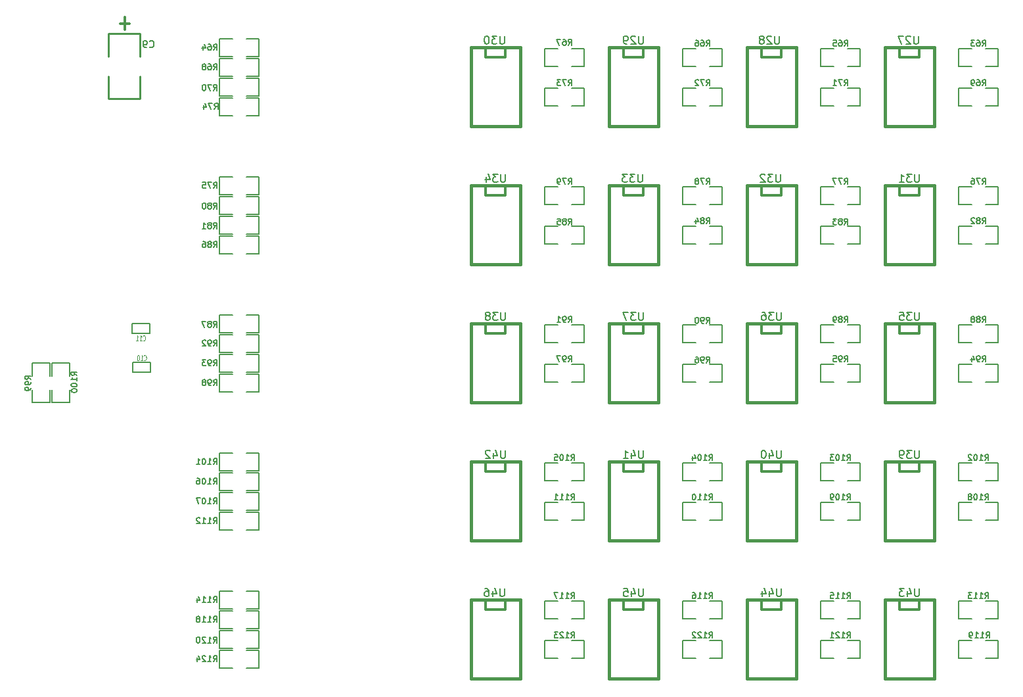
<source format=gbo>
G04 (created by PCBNEW-RS274X (2011-11-27 BZR 3249)-stable) date 27/04/2012 12:24:41 PM*
G01*
G70*
G90*
%MOIN*%
G04 Gerber Fmt 3.4, Leading zero omitted, Abs format*
%FSLAX34Y34*%
G04 APERTURE LIST*
%ADD10C,0.006000*%
%ADD11C,0.012000*%
%ADD12C,0.005000*%
%ADD13C,0.015000*%
%ADD14C,0.010000*%
%ADD15C,0.004500*%
%ADD16C,0.008000*%
G04 APERTURE END LIST*
G54D10*
G54D11*
X10828Y-09419D02*
X10371Y-09419D01*
X10600Y-09724D02*
X10600Y-09114D01*
G54D12*
X52900Y-11600D02*
X52900Y-10700D01*
X52900Y-10700D02*
X53550Y-10700D01*
X54250Y-11600D02*
X54900Y-11600D01*
X54900Y-11600D02*
X54900Y-10700D01*
X54900Y-10700D02*
X54250Y-10700D01*
X53550Y-11600D02*
X52900Y-11600D01*
X15400Y-11100D02*
X15400Y-10200D01*
X15400Y-10200D02*
X16050Y-10200D01*
X16750Y-11100D02*
X17400Y-11100D01*
X17400Y-11100D02*
X17400Y-10200D01*
X17400Y-10200D02*
X16750Y-10200D01*
X16050Y-11100D02*
X15400Y-11100D01*
X31900Y-13600D02*
X31900Y-12700D01*
X31900Y-12700D02*
X32550Y-12700D01*
X33250Y-13600D02*
X33900Y-13600D01*
X33900Y-13600D02*
X33900Y-12700D01*
X33900Y-12700D02*
X33250Y-12700D01*
X32550Y-13600D02*
X31900Y-13600D01*
X45900Y-20600D02*
X45900Y-19700D01*
X45900Y-19700D02*
X46550Y-19700D01*
X47250Y-20600D02*
X47900Y-20600D01*
X47900Y-20600D02*
X47900Y-19700D01*
X47900Y-19700D02*
X47250Y-19700D01*
X46550Y-20600D02*
X45900Y-20600D01*
X31900Y-18600D02*
X31900Y-17700D01*
X31900Y-17700D02*
X32550Y-17700D01*
X33250Y-18600D02*
X33900Y-18600D01*
X33900Y-18600D02*
X33900Y-17700D01*
X33900Y-17700D02*
X33250Y-17700D01*
X32550Y-18600D02*
X31900Y-18600D01*
X38900Y-18600D02*
X38900Y-17700D01*
X38900Y-17700D02*
X39550Y-17700D01*
X40250Y-18600D02*
X40900Y-18600D01*
X40900Y-18600D02*
X40900Y-17700D01*
X40900Y-17700D02*
X40250Y-17700D01*
X39550Y-18600D02*
X38900Y-18600D01*
X52900Y-20600D02*
X52900Y-19700D01*
X52900Y-19700D02*
X53550Y-19700D01*
X54250Y-20600D02*
X54900Y-20600D01*
X54900Y-20600D02*
X54900Y-19700D01*
X54900Y-19700D02*
X54250Y-19700D01*
X53550Y-20600D02*
X52900Y-20600D01*
X31900Y-25600D02*
X31900Y-24700D01*
X31900Y-24700D02*
X32550Y-24700D01*
X33250Y-25600D02*
X33900Y-25600D01*
X33900Y-25600D02*
X33900Y-24700D01*
X33900Y-24700D02*
X33250Y-24700D01*
X32550Y-25600D02*
X31900Y-25600D01*
X45900Y-25600D02*
X45900Y-24700D01*
X45900Y-24700D02*
X46550Y-24700D01*
X47250Y-25600D02*
X47900Y-25600D01*
X47900Y-25600D02*
X47900Y-24700D01*
X47900Y-24700D02*
X47250Y-24700D01*
X46550Y-25600D02*
X45900Y-25600D01*
X38900Y-25600D02*
X38900Y-24700D01*
X38900Y-24700D02*
X39550Y-24700D01*
X40250Y-25600D02*
X40900Y-25600D01*
X40900Y-25600D02*
X40900Y-24700D01*
X40900Y-24700D02*
X40250Y-24700D01*
X39550Y-25600D02*
X38900Y-25600D01*
X15400Y-26100D02*
X15400Y-25200D01*
X15400Y-25200D02*
X16050Y-25200D01*
X16750Y-26100D02*
X17400Y-26100D01*
X17400Y-26100D02*
X17400Y-25200D01*
X17400Y-25200D02*
X16750Y-25200D01*
X16050Y-26100D02*
X15400Y-26100D01*
X06800Y-28650D02*
X05900Y-28650D01*
X05900Y-28650D02*
X05900Y-28000D01*
X06800Y-27300D02*
X06800Y-26650D01*
X06800Y-26650D02*
X05900Y-26650D01*
X05900Y-26650D02*
X05900Y-27300D01*
X06800Y-28000D02*
X06800Y-28650D01*
X31900Y-11600D02*
X31900Y-10700D01*
X31900Y-10700D02*
X32550Y-10700D01*
X33250Y-11600D02*
X33900Y-11600D01*
X33900Y-11600D02*
X33900Y-10700D01*
X33900Y-10700D02*
X33250Y-10700D01*
X32550Y-11600D02*
X31900Y-11600D01*
X45900Y-11600D02*
X45900Y-10700D01*
X45900Y-10700D02*
X46550Y-10700D01*
X47250Y-11600D02*
X47900Y-11600D01*
X47900Y-11600D02*
X47900Y-10700D01*
X47900Y-10700D02*
X47250Y-10700D01*
X46550Y-11600D02*
X45900Y-11600D01*
X38900Y-11600D02*
X38900Y-10700D01*
X38900Y-10700D02*
X39550Y-10700D01*
X40250Y-11600D02*
X40900Y-11600D01*
X40900Y-11600D02*
X40900Y-10700D01*
X40900Y-10700D02*
X40250Y-10700D01*
X39550Y-11600D02*
X38900Y-11600D01*
X15400Y-12100D02*
X15400Y-11200D01*
X15400Y-11200D02*
X16050Y-11200D01*
X16750Y-12100D02*
X17400Y-12100D01*
X17400Y-12100D02*
X17400Y-11200D01*
X17400Y-11200D02*
X16750Y-11200D01*
X16050Y-12100D02*
X15400Y-12100D01*
X15400Y-18100D02*
X15400Y-17200D01*
X15400Y-17200D02*
X16050Y-17200D01*
X16750Y-18100D02*
X17400Y-18100D01*
X17400Y-18100D02*
X17400Y-17200D01*
X17400Y-17200D02*
X16750Y-17200D01*
X16050Y-18100D02*
X15400Y-18100D01*
X45900Y-13600D02*
X45900Y-12700D01*
X45900Y-12700D02*
X46550Y-12700D01*
X47250Y-13600D02*
X47900Y-13600D01*
X47900Y-13600D02*
X47900Y-12700D01*
X47900Y-12700D02*
X47250Y-12700D01*
X46550Y-13600D02*
X45900Y-13600D01*
X38900Y-13600D02*
X38900Y-12700D01*
X38900Y-12700D02*
X39550Y-12700D01*
X40250Y-13600D02*
X40900Y-13600D01*
X40900Y-13600D02*
X40900Y-12700D01*
X40900Y-12700D02*
X40250Y-12700D01*
X39550Y-13600D02*
X38900Y-13600D01*
X52900Y-18600D02*
X52900Y-17700D01*
X52900Y-17700D02*
X53550Y-17700D01*
X54250Y-18600D02*
X54900Y-18600D01*
X54900Y-18600D02*
X54900Y-17700D01*
X54900Y-17700D02*
X54250Y-17700D01*
X53550Y-18600D02*
X52900Y-18600D01*
X15400Y-14100D02*
X15400Y-13200D01*
X15400Y-13200D02*
X16050Y-13200D01*
X16750Y-14100D02*
X17400Y-14100D01*
X17400Y-14100D02*
X17400Y-13200D01*
X17400Y-13200D02*
X16750Y-13200D01*
X16050Y-14100D02*
X15400Y-14100D01*
X15400Y-13100D02*
X15400Y-12200D01*
X15400Y-12200D02*
X16050Y-12200D01*
X16750Y-13100D02*
X17400Y-13100D01*
X17400Y-13100D02*
X17400Y-12200D01*
X17400Y-12200D02*
X16750Y-12200D01*
X16050Y-13100D02*
X15400Y-13100D01*
X52900Y-13600D02*
X52900Y-12700D01*
X52900Y-12700D02*
X53550Y-12700D01*
X54250Y-13600D02*
X54900Y-13600D01*
X54900Y-13600D02*
X54900Y-12700D01*
X54900Y-12700D02*
X54250Y-12700D01*
X53550Y-13600D02*
X52900Y-13600D01*
X52900Y-39600D02*
X52900Y-38700D01*
X52900Y-38700D02*
X53550Y-38700D01*
X54250Y-39600D02*
X54900Y-39600D01*
X54900Y-39600D02*
X54900Y-38700D01*
X54900Y-38700D02*
X54250Y-38700D01*
X53550Y-39600D02*
X52900Y-39600D01*
X15400Y-39100D02*
X15400Y-38200D01*
X15400Y-38200D02*
X16050Y-38200D01*
X16750Y-39100D02*
X17400Y-39100D01*
X17400Y-39100D02*
X17400Y-38200D01*
X17400Y-38200D02*
X16750Y-38200D01*
X16050Y-39100D02*
X15400Y-39100D01*
X38900Y-39600D02*
X38900Y-38700D01*
X38900Y-38700D02*
X39550Y-38700D01*
X40250Y-39600D02*
X40900Y-39600D01*
X40900Y-39600D02*
X40900Y-38700D01*
X40900Y-38700D02*
X40250Y-38700D01*
X39550Y-39600D02*
X38900Y-39600D01*
X31900Y-41600D02*
X31900Y-40700D01*
X31900Y-40700D02*
X32550Y-40700D01*
X33250Y-41600D02*
X33900Y-41600D01*
X33900Y-41600D02*
X33900Y-40700D01*
X33900Y-40700D02*
X33250Y-40700D01*
X32550Y-41600D02*
X31900Y-41600D01*
X52900Y-41600D02*
X52900Y-40700D01*
X52900Y-40700D02*
X53550Y-40700D01*
X54250Y-41600D02*
X54900Y-41600D01*
X54900Y-41600D02*
X54900Y-40700D01*
X54900Y-40700D02*
X54250Y-40700D01*
X53550Y-41600D02*
X52900Y-41600D01*
X15400Y-41100D02*
X15400Y-40200D01*
X15400Y-40200D02*
X16050Y-40200D01*
X16750Y-41100D02*
X17400Y-41100D01*
X17400Y-41100D02*
X17400Y-40200D01*
X17400Y-40200D02*
X16750Y-40200D01*
X16050Y-41100D02*
X15400Y-41100D01*
X15400Y-42100D02*
X15400Y-41200D01*
X15400Y-41200D02*
X16050Y-41200D01*
X16750Y-42100D02*
X17400Y-42100D01*
X17400Y-42100D02*
X17400Y-41200D01*
X17400Y-41200D02*
X16750Y-41200D01*
X16050Y-42100D02*
X15400Y-42100D01*
X38900Y-41600D02*
X38900Y-40700D01*
X38900Y-40700D02*
X39550Y-40700D01*
X40250Y-41600D02*
X40900Y-41600D01*
X40900Y-41600D02*
X40900Y-40700D01*
X40900Y-40700D02*
X40250Y-40700D01*
X39550Y-41600D02*
X38900Y-41600D01*
X15400Y-40100D02*
X15400Y-39200D01*
X15400Y-39200D02*
X16050Y-39200D01*
X16750Y-40100D02*
X17400Y-40100D01*
X17400Y-40100D02*
X17400Y-39200D01*
X17400Y-39200D02*
X16750Y-39200D01*
X16050Y-40100D02*
X15400Y-40100D01*
X31900Y-39600D02*
X31900Y-38700D01*
X31900Y-38700D02*
X32550Y-38700D01*
X33250Y-39600D02*
X33900Y-39600D01*
X33900Y-39600D02*
X33900Y-38700D01*
X33900Y-38700D02*
X33250Y-38700D01*
X32550Y-39600D02*
X31900Y-39600D01*
X52900Y-34600D02*
X52900Y-33700D01*
X52900Y-33700D02*
X53550Y-33700D01*
X54250Y-34600D02*
X54900Y-34600D01*
X54900Y-34600D02*
X54900Y-33700D01*
X54900Y-33700D02*
X54250Y-33700D01*
X53550Y-34600D02*
X52900Y-34600D01*
X31900Y-32600D02*
X31900Y-31700D01*
X31900Y-31700D02*
X32550Y-31700D01*
X33250Y-32600D02*
X33900Y-32600D01*
X33900Y-32600D02*
X33900Y-31700D01*
X33900Y-31700D02*
X33250Y-31700D01*
X32550Y-32600D02*
X31900Y-32600D01*
X15400Y-32100D02*
X15400Y-31200D01*
X15400Y-31200D02*
X16050Y-31200D01*
X16750Y-32100D02*
X17400Y-32100D01*
X17400Y-32100D02*
X17400Y-31200D01*
X17400Y-31200D02*
X16750Y-31200D01*
X16050Y-32100D02*
X15400Y-32100D01*
X38900Y-32600D02*
X38900Y-31700D01*
X38900Y-31700D02*
X39550Y-31700D01*
X40250Y-32600D02*
X40900Y-32600D01*
X40900Y-32600D02*
X40900Y-31700D01*
X40900Y-31700D02*
X40250Y-31700D01*
X39550Y-32600D02*
X38900Y-32600D01*
X38900Y-34600D02*
X38900Y-33700D01*
X38900Y-33700D02*
X39550Y-33700D01*
X40250Y-34600D02*
X40900Y-34600D01*
X40900Y-34600D02*
X40900Y-33700D01*
X40900Y-33700D02*
X40250Y-33700D01*
X39550Y-34600D02*
X38900Y-34600D01*
X45900Y-34600D02*
X45900Y-33700D01*
X45900Y-33700D02*
X46550Y-33700D01*
X47250Y-34600D02*
X47900Y-34600D01*
X47900Y-34600D02*
X47900Y-33700D01*
X47900Y-33700D02*
X47250Y-33700D01*
X46550Y-34600D02*
X45900Y-34600D01*
X31900Y-34600D02*
X31900Y-33700D01*
X31900Y-33700D02*
X32550Y-33700D01*
X33250Y-34600D02*
X33900Y-34600D01*
X33900Y-34600D02*
X33900Y-33700D01*
X33900Y-33700D02*
X33250Y-33700D01*
X32550Y-34600D02*
X31900Y-34600D01*
X15400Y-35100D02*
X15400Y-34200D01*
X15400Y-34200D02*
X16050Y-34200D01*
X16750Y-35100D02*
X17400Y-35100D01*
X17400Y-35100D02*
X17400Y-34200D01*
X17400Y-34200D02*
X16750Y-34200D01*
X16050Y-35100D02*
X15400Y-35100D01*
X45900Y-41600D02*
X45900Y-40700D01*
X45900Y-40700D02*
X46550Y-40700D01*
X47250Y-41600D02*
X47900Y-41600D01*
X47900Y-41600D02*
X47900Y-40700D01*
X47900Y-40700D02*
X47250Y-40700D01*
X46550Y-41600D02*
X45900Y-41600D01*
X45900Y-27600D02*
X45900Y-26700D01*
X45900Y-26700D02*
X46550Y-26700D01*
X47250Y-27600D02*
X47900Y-27600D01*
X47900Y-27600D02*
X47900Y-26700D01*
X47900Y-26700D02*
X47250Y-26700D01*
X46550Y-27600D02*
X45900Y-27600D01*
X38900Y-27600D02*
X38900Y-26700D01*
X38900Y-26700D02*
X39550Y-26700D01*
X40250Y-27600D02*
X40900Y-27600D01*
X40900Y-27600D02*
X40900Y-26700D01*
X40900Y-26700D02*
X40250Y-26700D01*
X39550Y-27600D02*
X38900Y-27600D01*
X07800Y-28650D02*
X06900Y-28650D01*
X06900Y-28650D02*
X06900Y-28000D01*
X07800Y-27300D02*
X07800Y-26650D01*
X07800Y-26650D02*
X06900Y-26650D01*
X06900Y-26650D02*
X06900Y-27300D01*
X07800Y-28000D02*
X07800Y-28650D01*
X15400Y-28100D02*
X15400Y-27200D01*
X15400Y-27200D02*
X16050Y-27200D01*
X16750Y-28100D02*
X17400Y-28100D01*
X17400Y-28100D02*
X17400Y-27200D01*
X17400Y-27200D02*
X16750Y-27200D01*
X16050Y-28100D02*
X15400Y-28100D01*
X52900Y-27600D02*
X52900Y-26700D01*
X52900Y-26700D02*
X53550Y-26700D01*
X54250Y-27600D02*
X54900Y-27600D01*
X54900Y-27600D02*
X54900Y-26700D01*
X54900Y-26700D02*
X54250Y-26700D01*
X53550Y-27600D02*
X52900Y-27600D01*
X15400Y-27100D02*
X15400Y-26200D01*
X15400Y-26200D02*
X16050Y-26200D01*
X16750Y-27100D02*
X17400Y-27100D01*
X17400Y-27100D02*
X17400Y-26200D01*
X17400Y-26200D02*
X16750Y-26200D01*
X16050Y-27100D02*
X15400Y-27100D01*
X38900Y-20600D02*
X38900Y-19700D01*
X38900Y-19700D02*
X39550Y-19700D01*
X40250Y-20600D02*
X40900Y-20600D01*
X40900Y-20600D02*
X40900Y-19700D01*
X40900Y-19700D02*
X40250Y-19700D01*
X39550Y-20600D02*
X38900Y-20600D01*
X15400Y-20100D02*
X15400Y-19200D01*
X15400Y-19200D02*
X16050Y-19200D01*
X16750Y-20100D02*
X17400Y-20100D01*
X17400Y-20100D02*
X17400Y-19200D01*
X17400Y-19200D02*
X16750Y-19200D01*
X16050Y-20100D02*
X15400Y-20100D01*
X45900Y-18600D02*
X45900Y-17700D01*
X45900Y-17700D02*
X46550Y-17700D01*
X47250Y-18600D02*
X47900Y-18600D01*
X47900Y-18600D02*
X47900Y-17700D01*
X47900Y-17700D02*
X47250Y-17700D01*
X46550Y-18600D02*
X45900Y-18600D01*
X15400Y-19100D02*
X15400Y-18200D01*
X15400Y-18200D02*
X16050Y-18200D01*
X16750Y-19100D02*
X17400Y-19100D01*
X17400Y-19100D02*
X17400Y-18200D01*
X17400Y-18200D02*
X16750Y-18200D01*
X16050Y-19100D02*
X15400Y-19100D01*
X15400Y-21100D02*
X15400Y-20200D01*
X15400Y-20200D02*
X16050Y-20200D01*
X16750Y-21100D02*
X17400Y-21100D01*
X17400Y-21100D02*
X17400Y-20200D01*
X17400Y-20200D02*
X16750Y-20200D01*
X16050Y-21100D02*
X15400Y-21100D01*
X31900Y-20600D02*
X31900Y-19700D01*
X31900Y-19700D02*
X32550Y-19700D01*
X33250Y-20600D02*
X33900Y-20600D01*
X33900Y-20600D02*
X33900Y-19700D01*
X33900Y-19700D02*
X33250Y-19700D01*
X32550Y-20600D02*
X31900Y-20600D01*
X15400Y-25100D02*
X15400Y-24200D01*
X15400Y-24200D02*
X16050Y-24200D01*
X16750Y-25100D02*
X17400Y-25100D01*
X17400Y-25100D02*
X17400Y-24200D01*
X17400Y-24200D02*
X16750Y-24200D01*
X16050Y-25100D02*
X15400Y-25100D01*
X52900Y-25600D02*
X52900Y-24700D01*
X52900Y-24700D02*
X53550Y-24700D01*
X54250Y-25600D02*
X54900Y-25600D01*
X54900Y-25600D02*
X54900Y-24700D01*
X54900Y-24700D02*
X54250Y-24700D01*
X53550Y-25600D02*
X52900Y-25600D01*
X31900Y-27600D02*
X31900Y-26700D01*
X31900Y-26700D02*
X32550Y-26700D01*
X33250Y-27600D02*
X33900Y-27600D01*
X33900Y-27600D02*
X33900Y-26700D01*
X33900Y-26700D02*
X33250Y-26700D01*
X32550Y-27600D02*
X31900Y-27600D01*
X15400Y-34100D02*
X15400Y-33200D01*
X15400Y-33200D02*
X16050Y-33200D01*
X16750Y-34100D02*
X17400Y-34100D01*
X17400Y-34100D02*
X17400Y-33200D01*
X17400Y-33200D02*
X16750Y-33200D01*
X16050Y-34100D02*
X15400Y-34100D01*
X45900Y-32600D02*
X45900Y-31700D01*
X45900Y-31700D02*
X46550Y-31700D01*
X47250Y-32600D02*
X47900Y-32600D01*
X47900Y-32600D02*
X47900Y-31700D01*
X47900Y-31700D02*
X47250Y-31700D01*
X46550Y-32600D02*
X45900Y-32600D01*
X52900Y-32600D02*
X52900Y-31700D01*
X52900Y-31700D02*
X53550Y-31700D01*
X54250Y-32600D02*
X54900Y-32600D01*
X54900Y-32600D02*
X54900Y-31700D01*
X54900Y-31700D02*
X54250Y-31700D01*
X53550Y-32600D02*
X52900Y-32600D01*
X15400Y-33100D02*
X15400Y-32200D01*
X15400Y-32200D02*
X16050Y-32200D01*
X16750Y-33100D02*
X17400Y-33100D01*
X17400Y-33100D02*
X17400Y-32200D01*
X17400Y-32200D02*
X16750Y-32200D01*
X16050Y-33100D02*
X15400Y-33100D01*
X45900Y-39600D02*
X45900Y-38700D01*
X45900Y-38700D02*
X46550Y-38700D01*
X47250Y-39600D02*
X47900Y-39600D01*
X47900Y-39600D02*
X47900Y-38700D01*
X47900Y-38700D02*
X47250Y-38700D01*
X46550Y-39600D02*
X45900Y-39600D01*
X11900Y-26600D02*
X11000Y-26600D01*
X11000Y-26600D02*
X11000Y-27100D01*
X11000Y-27100D02*
X11900Y-27100D01*
X11900Y-27100D02*
X11900Y-26600D01*
X10950Y-25150D02*
X11850Y-25150D01*
X11850Y-25150D02*
X11850Y-24650D01*
X11850Y-24650D02*
X10950Y-24650D01*
X10950Y-24650D02*
X10950Y-25150D01*
G54D13*
X35150Y-24650D02*
X37650Y-24650D01*
X37650Y-24650D02*
X37650Y-28650D01*
X37650Y-28650D02*
X35150Y-28650D01*
X35150Y-28650D02*
X35150Y-24650D01*
G54D11*
X35900Y-24650D02*
X35900Y-25150D01*
X35900Y-25150D02*
X36900Y-25150D01*
X36900Y-25150D02*
X36900Y-24650D01*
G54D13*
X42150Y-10650D02*
X44650Y-10650D01*
X44650Y-10650D02*
X44650Y-14650D01*
X44650Y-14650D02*
X42150Y-14650D01*
X42150Y-14650D02*
X42150Y-10650D01*
G54D11*
X42900Y-10650D02*
X42900Y-11150D01*
X42900Y-11150D02*
X43900Y-11150D01*
X43900Y-11150D02*
X43900Y-10650D01*
G54D13*
X28150Y-38650D02*
X30650Y-38650D01*
X30650Y-38650D02*
X30650Y-42650D01*
X30650Y-42650D02*
X28150Y-42650D01*
X28150Y-42650D02*
X28150Y-38650D01*
G54D11*
X28900Y-38650D02*
X28900Y-39150D01*
X28900Y-39150D02*
X29900Y-39150D01*
X29900Y-39150D02*
X29900Y-38650D01*
G54D13*
X42150Y-24650D02*
X44650Y-24650D01*
X44650Y-24650D02*
X44650Y-28650D01*
X44650Y-28650D02*
X42150Y-28650D01*
X42150Y-28650D02*
X42150Y-24650D01*
G54D11*
X42900Y-24650D02*
X42900Y-25150D01*
X42900Y-25150D02*
X43900Y-25150D01*
X43900Y-25150D02*
X43900Y-24650D01*
G54D13*
X42150Y-38650D02*
X44650Y-38650D01*
X44650Y-38650D02*
X44650Y-42650D01*
X44650Y-42650D02*
X42150Y-42650D01*
X42150Y-42650D02*
X42150Y-38650D01*
G54D11*
X42900Y-38650D02*
X42900Y-39150D01*
X42900Y-39150D02*
X43900Y-39150D01*
X43900Y-39150D02*
X43900Y-38650D01*
G54D13*
X35150Y-17650D02*
X37650Y-17650D01*
X37650Y-17650D02*
X37650Y-21650D01*
X37650Y-21650D02*
X35150Y-21650D01*
X35150Y-21650D02*
X35150Y-17650D01*
G54D11*
X35900Y-17650D02*
X35900Y-18150D01*
X35900Y-18150D02*
X36900Y-18150D01*
X36900Y-18150D02*
X36900Y-17650D01*
G54D13*
X42150Y-17650D02*
X44650Y-17650D01*
X44650Y-17650D02*
X44650Y-21650D01*
X44650Y-21650D02*
X42150Y-21650D01*
X42150Y-21650D02*
X42150Y-17650D01*
G54D11*
X42900Y-17650D02*
X42900Y-18150D01*
X42900Y-18150D02*
X43900Y-18150D01*
X43900Y-18150D02*
X43900Y-17650D01*
G54D13*
X35150Y-10650D02*
X37650Y-10650D01*
X37650Y-10650D02*
X37650Y-14650D01*
X37650Y-14650D02*
X35150Y-14650D01*
X35150Y-14650D02*
X35150Y-10650D01*
G54D11*
X35900Y-10650D02*
X35900Y-11150D01*
X35900Y-11150D02*
X36900Y-11150D01*
X36900Y-11150D02*
X36900Y-10650D01*
G54D13*
X28150Y-10650D02*
X30650Y-10650D01*
X30650Y-10650D02*
X30650Y-14650D01*
X30650Y-14650D02*
X28150Y-14650D01*
X28150Y-14650D02*
X28150Y-10650D01*
G54D11*
X28900Y-10650D02*
X28900Y-11150D01*
X28900Y-11150D02*
X29900Y-11150D01*
X29900Y-11150D02*
X29900Y-10650D01*
G54D13*
X49150Y-38650D02*
X51650Y-38650D01*
X51650Y-38650D02*
X51650Y-42650D01*
X51650Y-42650D02*
X49150Y-42650D01*
X49150Y-42650D02*
X49150Y-38650D01*
G54D11*
X49900Y-38650D02*
X49900Y-39150D01*
X49900Y-39150D02*
X50900Y-39150D01*
X50900Y-39150D02*
X50900Y-38650D01*
G54D13*
X28150Y-17650D02*
X30650Y-17650D01*
X30650Y-17650D02*
X30650Y-21650D01*
X30650Y-21650D02*
X28150Y-21650D01*
X28150Y-21650D02*
X28150Y-17650D01*
G54D11*
X28900Y-17650D02*
X28900Y-18150D01*
X28900Y-18150D02*
X29900Y-18150D01*
X29900Y-18150D02*
X29900Y-17650D01*
G54D13*
X49150Y-10650D02*
X51650Y-10650D01*
X51650Y-10650D02*
X51650Y-14650D01*
X51650Y-14650D02*
X49150Y-14650D01*
X49150Y-14650D02*
X49150Y-10650D01*
G54D11*
X49900Y-10650D02*
X49900Y-11150D01*
X49900Y-11150D02*
X50900Y-11150D01*
X50900Y-11150D02*
X50900Y-10650D01*
G54D13*
X49150Y-31650D02*
X51650Y-31650D01*
X51650Y-31650D02*
X51650Y-35650D01*
X51650Y-35650D02*
X49150Y-35650D01*
X49150Y-35650D02*
X49150Y-31650D01*
G54D11*
X49900Y-31650D02*
X49900Y-32150D01*
X49900Y-32150D02*
X50900Y-32150D01*
X50900Y-32150D02*
X50900Y-31650D01*
G54D13*
X28150Y-24650D02*
X30650Y-24650D01*
X30650Y-24650D02*
X30650Y-28650D01*
X30650Y-28650D02*
X28150Y-28650D01*
X28150Y-28650D02*
X28150Y-24650D01*
G54D11*
X28900Y-24650D02*
X28900Y-25150D01*
X28900Y-25150D02*
X29900Y-25150D01*
X29900Y-25150D02*
X29900Y-24650D01*
G54D13*
X35150Y-31650D02*
X37650Y-31650D01*
X37650Y-31650D02*
X37650Y-35650D01*
X37650Y-35650D02*
X35150Y-35650D01*
X35150Y-35650D02*
X35150Y-31650D01*
G54D11*
X35900Y-31650D02*
X35900Y-32150D01*
X35900Y-32150D02*
X36900Y-32150D01*
X36900Y-32150D02*
X36900Y-31650D01*
G54D13*
X49150Y-24650D02*
X51650Y-24650D01*
X51650Y-24650D02*
X51650Y-28650D01*
X51650Y-28650D02*
X49150Y-28650D01*
X49150Y-28650D02*
X49150Y-24650D01*
G54D11*
X49900Y-24650D02*
X49900Y-25150D01*
X49900Y-25150D02*
X50900Y-25150D01*
X50900Y-25150D02*
X50900Y-24650D01*
G54D13*
X35150Y-38650D02*
X37650Y-38650D01*
X37650Y-38650D02*
X37650Y-42650D01*
X37650Y-42650D02*
X35150Y-42650D01*
X35150Y-42650D02*
X35150Y-38650D01*
G54D11*
X35900Y-38650D02*
X35900Y-39150D01*
X35900Y-39150D02*
X36900Y-39150D01*
X36900Y-39150D02*
X36900Y-38650D01*
G54D13*
X28150Y-31650D02*
X30650Y-31650D01*
X30650Y-31650D02*
X30650Y-35650D01*
X30650Y-35650D02*
X28150Y-35650D01*
X28150Y-35650D02*
X28150Y-31650D01*
G54D11*
X28900Y-31650D02*
X28900Y-32150D01*
X28900Y-32150D02*
X29900Y-32150D01*
X29900Y-32150D02*
X29900Y-31650D01*
G54D13*
X49150Y-17650D02*
X51650Y-17650D01*
X51650Y-17650D02*
X51650Y-21650D01*
X51650Y-21650D02*
X49150Y-21650D01*
X49150Y-21650D02*
X49150Y-17650D01*
G54D11*
X49900Y-17650D02*
X49900Y-18150D01*
X49900Y-18150D02*
X50900Y-18150D01*
X50900Y-18150D02*
X50900Y-17650D01*
G54D13*
X42150Y-31650D02*
X44650Y-31650D01*
X44650Y-31650D02*
X44650Y-35650D01*
X44650Y-35650D02*
X42150Y-35650D01*
X42150Y-35650D02*
X42150Y-31650D01*
G54D11*
X42900Y-31650D02*
X42900Y-32150D01*
X42900Y-32150D02*
X43900Y-32150D01*
X43900Y-32150D02*
X43900Y-31650D01*
G54D14*
X09750Y-11100D02*
X09750Y-09950D01*
X09750Y-09950D02*
X11350Y-09950D01*
X11350Y-09950D02*
X11350Y-11100D01*
X09750Y-12100D02*
X09750Y-13250D01*
X09750Y-13250D02*
X11350Y-13250D01*
X11350Y-13250D02*
X11350Y-12100D01*
G54D12*
X54093Y-10571D02*
X54193Y-10429D01*
X54265Y-10571D02*
X54265Y-10271D01*
X54150Y-10271D01*
X54122Y-10286D01*
X54107Y-10300D01*
X54093Y-10329D01*
X54093Y-10371D01*
X54107Y-10400D01*
X54122Y-10414D01*
X54150Y-10429D01*
X54265Y-10429D01*
X53836Y-10271D02*
X53893Y-10271D01*
X53922Y-10286D01*
X53936Y-10300D01*
X53965Y-10343D01*
X53979Y-10400D01*
X53979Y-10514D01*
X53965Y-10543D01*
X53950Y-10557D01*
X53922Y-10571D01*
X53865Y-10571D01*
X53836Y-10557D01*
X53822Y-10543D01*
X53807Y-10514D01*
X53807Y-10443D01*
X53822Y-10414D01*
X53836Y-10400D01*
X53865Y-10386D01*
X53922Y-10386D01*
X53950Y-10400D01*
X53965Y-10414D01*
X53979Y-10443D01*
X53707Y-10271D02*
X53521Y-10271D01*
X53621Y-10386D01*
X53579Y-10386D01*
X53550Y-10400D01*
X53536Y-10414D01*
X53521Y-10443D01*
X53521Y-10514D01*
X53536Y-10543D01*
X53550Y-10557D01*
X53579Y-10571D01*
X53664Y-10571D01*
X53693Y-10557D01*
X53707Y-10543D01*
X15093Y-10771D02*
X15193Y-10629D01*
X15265Y-10771D02*
X15265Y-10471D01*
X15150Y-10471D01*
X15122Y-10486D01*
X15107Y-10500D01*
X15093Y-10529D01*
X15093Y-10571D01*
X15107Y-10600D01*
X15122Y-10614D01*
X15150Y-10629D01*
X15265Y-10629D01*
X14836Y-10471D02*
X14893Y-10471D01*
X14922Y-10486D01*
X14936Y-10500D01*
X14965Y-10543D01*
X14979Y-10600D01*
X14979Y-10714D01*
X14965Y-10743D01*
X14950Y-10757D01*
X14922Y-10771D01*
X14865Y-10771D01*
X14836Y-10757D01*
X14822Y-10743D01*
X14807Y-10714D01*
X14807Y-10643D01*
X14822Y-10614D01*
X14836Y-10600D01*
X14865Y-10586D01*
X14922Y-10586D01*
X14950Y-10600D01*
X14965Y-10614D01*
X14979Y-10643D01*
X14550Y-10571D02*
X14550Y-10771D01*
X14621Y-10457D02*
X14693Y-10671D01*
X14507Y-10671D01*
X33093Y-12571D02*
X33193Y-12429D01*
X33265Y-12571D02*
X33265Y-12271D01*
X33150Y-12271D01*
X33122Y-12286D01*
X33107Y-12300D01*
X33093Y-12329D01*
X33093Y-12371D01*
X33107Y-12400D01*
X33122Y-12414D01*
X33150Y-12429D01*
X33265Y-12429D01*
X32993Y-12271D02*
X32793Y-12271D01*
X32922Y-12571D01*
X32707Y-12271D02*
X32521Y-12271D01*
X32621Y-12386D01*
X32579Y-12386D01*
X32550Y-12400D01*
X32536Y-12414D01*
X32521Y-12443D01*
X32521Y-12514D01*
X32536Y-12543D01*
X32550Y-12557D01*
X32579Y-12571D01*
X32664Y-12571D01*
X32693Y-12557D01*
X32707Y-12543D01*
X47093Y-19621D02*
X47193Y-19479D01*
X47265Y-19621D02*
X47265Y-19321D01*
X47150Y-19321D01*
X47122Y-19336D01*
X47107Y-19350D01*
X47093Y-19379D01*
X47093Y-19421D01*
X47107Y-19450D01*
X47122Y-19464D01*
X47150Y-19479D01*
X47265Y-19479D01*
X46922Y-19450D02*
X46950Y-19436D01*
X46965Y-19421D01*
X46979Y-19393D01*
X46979Y-19379D01*
X46965Y-19350D01*
X46950Y-19336D01*
X46922Y-19321D01*
X46865Y-19321D01*
X46836Y-19336D01*
X46822Y-19350D01*
X46807Y-19379D01*
X46807Y-19393D01*
X46822Y-19421D01*
X46836Y-19436D01*
X46865Y-19450D01*
X46922Y-19450D01*
X46950Y-19464D01*
X46965Y-19479D01*
X46979Y-19507D01*
X46979Y-19564D01*
X46965Y-19593D01*
X46950Y-19607D01*
X46922Y-19621D01*
X46865Y-19621D01*
X46836Y-19607D01*
X46822Y-19593D01*
X46807Y-19564D01*
X46807Y-19507D01*
X46822Y-19479D01*
X46836Y-19464D01*
X46865Y-19450D01*
X46707Y-19321D02*
X46521Y-19321D01*
X46621Y-19436D01*
X46579Y-19436D01*
X46550Y-19450D01*
X46536Y-19464D01*
X46521Y-19493D01*
X46521Y-19564D01*
X46536Y-19593D01*
X46550Y-19607D01*
X46579Y-19621D01*
X46664Y-19621D01*
X46693Y-19607D01*
X46707Y-19593D01*
X33093Y-17571D02*
X33193Y-17429D01*
X33265Y-17571D02*
X33265Y-17271D01*
X33150Y-17271D01*
X33122Y-17286D01*
X33107Y-17300D01*
X33093Y-17329D01*
X33093Y-17371D01*
X33107Y-17400D01*
X33122Y-17414D01*
X33150Y-17429D01*
X33265Y-17429D01*
X32993Y-17271D02*
X32793Y-17271D01*
X32922Y-17571D01*
X32664Y-17571D02*
X32607Y-17571D01*
X32579Y-17557D01*
X32564Y-17543D01*
X32536Y-17500D01*
X32521Y-17443D01*
X32521Y-17329D01*
X32536Y-17300D01*
X32550Y-17286D01*
X32579Y-17271D01*
X32636Y-17271D01*
X32664Y-17286D01*
X32679Y-17300D01*
X32693Y-17329D01*
X32693Y-17400D01*
X32679Y-17429D01*
X32664Y-17443D01*
X32636Y-17457D01*
X32579Y-17457D01*
X32550Y-17443D01*
X32536Y-17429D01*
X32521Y-17400D01*
X40093Y-17571D02*
X40193Y-17429D01*
X40265Y-17571D02*
X40265Y-17271D01*
X40150Y-17271D01*
X40122Y-17286D01*
X40107Y-17300D01*
X40093Y-17329D01*
X40093Y-17371D01*
X40107Y-17400D01*
X40122Y-17414D01*
X40150Y-17429D01*
X40265Y-17429D01*
X39993Y-17271D02*
X39793Y-17271D01*
X39922Y-17571D01*
X39636Y-17400D02*
X39664Y-17386D01*
X39679Y-17371D01*
X39693Y-17343D01*
X39693Y-17329D01*
X39679Y-17300D01*
X39664Y-17286D01*
X39636Y-17271D01*
X39579Y-17271D01*
X39550Y-17286D01*
X39536Y-17300D01*
X39521Y-17329D01*
X39521Y-17343D01*
X39536Y-17371D01*
X39550Y-17386D01*
X39579Y-17400D01*
X39636Y-17400D01*
X39664Y-17414D01*
X39679Y-17429D01*
X39693Y-17457D01*
X39693Y-17514D01*
X39679Y-17543D01*
X39664Y-17557D01*
X39636Y-17571D01*
X39579Y-17571D01*
X39550Y-17557D01*
X39536Y-17543D01*
X39521Y-17514D01*
X39521Y-17457D01*
X39536Y-17429D01*
X39550Y-17414D01*
X39579Y-17400D01*
X54093Y-19571D02*
X54193Y-19429D01*
X54265Y-19571D02*
X54265Y-19271D01*
X54150Y-19271D01*
X54122Y-19286D01*
X54107Y-19300D01*
X54093Y-19329D01*
X54093Y-19371D01*
X54107Y-19400D01*
X54122Y-19414D01*
X54150Y-19429D01*
X54265Y-19429D01*
X53922Y-19400D02*
X53950Y-19386D01*
X53965Y-19371D01*
X53979Y-19343D01*
X53979Y-19329D01*
X53965Y-19300D01*
X53950Y-19286D01*
X53922Y-19271D01*
X53865Y-19271D01*
X53836Y-19286D01*
X53822Y-19300D01*
X53807Y-19329D01*
X53807Y-19343D01*
X53822Y-19371D01*
X53836Y-19386D01*
X53865Y-19400D01*
X53922Y-19400D01*
X53950Y-19414D01*
X53965Y-19429D01*
X53979Y-19457D01*
X53979Y-19514D01*
X53965Y-19543D01*
X53950Y-19557D01*
X53922Y-19571D01*
X53865Y-19571D01*
X53836Y-19557D01*
X53822Y-19543D01*
X53807Y-19514D01*
X53807Y-19457D01*
X53822Y-19429D01*
X53836Y-19414D01*
X53865Y-19400D01*
X53693Y-19300D02*
X53679Y-19286D01*
X53650Y-19271D01*
X53579Y-19271D01*
X53550Y-19286D01*
X53536Y-19300D01*
X53521Y-19329D01*
X53521Y-19357D01*
X53536Y-19400D01*
X53707Y-19571D01*
X53521Y-19571D01*
X33093Y-24571D02*
X33193Y-24429D01*
X33265Y-24571D02*
X33265Y-24271D01*
X33150Y-24271D01*
X33122Y-24286D01*
X33107Y-24300D01*
X33093Y-24329D01*
X33093Y-24371D01*
X33107Y-24400D01*
X33122Y-24414D01*
X33150Y-24429D01*
X33265Y-24429D01*
X32950Y-24571D02*
X32893Y-24571D01*
X32865Y-24557D01*
X32850Y-24543D01*
X32822Y-24500D01*
X32807Y-24443D01*
X32807Y-24329D01*
X32822Y-24300D01*
X32836Y-24286D01*
X32865Y-24271D01*
X32922Y-24271D01*
X32950Y-24286D01*
X32965Y-24300D01*
X32979Y-24329D01*
X32979Y-24400D01*
X32965Y-24429D01*
X32950Y-24443D01*
X32922Y-24457D01*
X32865Y-24457D01*
X32836Y-24443D01*
X32822Y-24429D01*
X32807Y-24400D01*
X32521Y-24571D02*
X32693Y-24571D01*
X32607Y-24571D02*
X32607Y-24271D01*
X32636Y-24314D01*
X32664Y-24343D01*
X32693Y-24357D01*
X47093Y-24571D02*
X47193Y-24429D01*
X47265Y-24571D02*
X47265Y-24271D01*
X47150Y-24271D01*
X47122Y-24286D01*
X47107Y-24300D01*
X47093Y-24329D01*
X47093Y-24371D01*
X47107Y-24400D01*
X47122Y-24414D01*
X47150Y-24429D01*
X47265Y-24429D01*
X46922Y-24400D02*
X46950Y-24386D01*
X46965Y-24371D01*
X46979Y-24343D01*
X46979Y-24329D01*
X46965Y-24300D01*
X46950Y-24286D01*
X46922Y-24271D01*
X46865Y-24271D01*
X46836Y-24286D01*
X46822Y-24300D01*
X46807Y-24329D01*
X46807Y-24343D01*
X46822Y-24371D01*
X46836Y-24386D01*
X46865Y-24400D01*
X46922Y-24400D01*
X46950Y-24414D01*
X46965Y-24429D01*
X46979Y-24457D01*
X46979Y-24514D01*
X46965Y-24543D01*
X46950Y-24557D01*
X46922Y-24571D01*
X46865Y-24571D01*
X46836Y-24557D01*
X46822Y-24543D01*
X46807Y-24514D01*
X46807Y-24457D01*
X46822Y-24429D01*
X46836Y-24414D01*
X46865Y-24400D01*
X46664Y-24571D02*
X46607Y-24571D01*
X46579Y-24557D01*
X46564Y-24543D01*
X46536Y-24500D01*
X46521Y-24443D01*
X46521Y-24329D01*
X46536Y-24300D01*
X46550Y-24286D01*
X46579Y-24271D01*
X46636Y-24271D01*
X46664Y-24286D01*
X46679Y-24300D01*
X46693Y-24329D01*
X46693Y-24400D01*
X46679Y-24429D01*
X46664Y-24443D01*
X46636Y-24457D01*
X46579Y-24457D01*
X46550Y-24443D01*
X46536Y-24429D01*
X46521Y-24400D01*
X40093Y-24621D02*
X40193Y-24479D01*
X40265Y-24621D02*
X40265Y-24321D01*
X40150Y-24321D01*
X40122Y-24336D01*
X40107Y-24350D01*
X40093Y-24379D01*
X40093Y-24421D01*
X40107Y-24450D01*
X40122Y-24464D01*
X40150Y-24479D01*
X40265Y-24479D01*
X39950Y-24621D02*
X39893Y-24621D01*
X39865Y-24607D01*
X39850Y-24593D01*
X39822Y-24550D01*
X39807Y-24493D01*
X39807Y-24379D01*
X39822Y-24350D01*
X39836Y-24336D01*
X39865Y-24321D01*
X39922Y-24321D01*
X39950Y-24336D01*
X39965Y-24350D01*
X39979Y-24379D01*
X39979Y-24450D01*
X39965Y-24479D01*
X39950Y-24493D01*
X39922Y-24507D01*
X39865Y-24507D01*
X39836Y-24493D01*
X39822Y-24479D01*
X39807Y-24450D01*
X39621Y-24321D02*
X39593Y-24321D01*
X39564Y-24336D01*
X39550Y-24350D01*
X39536Y-24379D01*
X39521Y-24436D01*
X39521Y-24507D01*
X39536Y-24564D01*
X39550Y-24593D01*
X39564Y-24607D01*
X39593Y-24621D01*
X39621Y-24621D01*
X39650Y-24607D01*
X39664Y-24593D01*
X39679Y-24564D01*
X39693Y-24507D01*
X39693Y-24436D01*
X39679Y-24379D01*
X39664Y-24350D01*
X39650Y-24336D01*
X39621Y-24321D01*
X15093Y-25771D02*
X15193Y-25629D01*
X15265Y-25771D02*
X15265Y-25471D01*
X15150Y-25471D01*
X15122Y-25486D01*
X15107Y-25500D01*
X15093Y-25529D01*
X15093Y-25571D01*
X15107Y-25600D01*
X15122Y-25614D01*
X15150Y-25629D01*
X15265Y-25629D01*
X14950Y-25771D02*
X14893Y-25771D01*
X14865Y-25757D01*
X14850Y-25743D01*
X14822Y-25700D01*
X14807Y-25643D01*
X14807Y-25529D01*
X14822Y-25500D01*
X14836Y-25486D01*
X14865Y-25471D01*
X14922Y-25471D01*
X14950Y-25486D01*
X14965Y-25500D01*
X14979Y-25529D01*
X14979Y-25600D01*
X14965Y-25629D01*
X14950Y-25643D01*
X14922Y-25657D01*
X14865Y-25657D01*
X14836Y-25643D01*
X14822Y-25629D01*
X14807Y-25600D01*
X14693Y-25500D02*
X14679Y-25486D01*
X14650Y-25471D01*
X14579Y-25471D01*
X14550Y-25486D01*
X14536Y-25500D01*
X14521Y-25529D01*
X14521Y-25557D01*
X14536Y-25600D01*
X14707Y-25771D01*
X14521Y-25771D01*
X05821Y-27457D02*
X05679Y-27357D01*
X05821Y-27285D02*
X05521Y-27285D01*
X05521Y-27400D01*
X05536Y-27428D01*
X05550Y-27443D01*
X05579Y-27457D01*
X05621Y-27457D01*
X05650Y-27443D01*
X05664Y-27428D01*
X05679Y-27400D01*
X05679Y-27285D01*
X05821Y-27600D02*
X05821Y-27657D01*
X05807Y-27685D01*
X05793Y-27700D01*
X05750Y-27728D01*
X05693Y-27743D01*
X05579Y-27743D01*
X05550Y-27728D01*
X05536Y-27714D01*
X05521Y-27685D01*
X05521Y-27628D01*
X05536Y-27600D01*
X05550Y-27585D01*
X05579Y-27571D01*
X05650Y-27571D01*
X05679Y-27585D01*
X05693Y-27600D01*
X05707Y-27628D01*
X05707Y-27685D01*
X05693Y-27714D01*
X05679Y-27728D01*
X05650Y-27743D01*
X05821Y-27886D02*
X05821Y-27943D01*
X05807Y-27971D01*
X05793Y-27986D01*
X05750Y-28014D01*
X05693Y-28029D01*
X05579Y-28029D01*
X05550Y-28014D01*
X05536Y-28000D01*
X05521Y-27971D01*
X05521Y-27914D01*
X05536Y-27886D01*
X05550Y-27871D01*
X05579Y-27857D01*
X05650Y-27857D01*
X05679Y-27871D01*
X05693Y-27886D01*
X05707Y-27914D01*
X05707Y-27971D01*
X05693Y-28000D01*
X05679Y-28014D01*
X05650Y-28029D01*
X33093Y-10521D02*
X33193Y-10379D01*
X33265Y-10521D02*
X33265Y-10221D01*
X33150Y-10221D01*
X33122Y-10236D01*
X33107Y-10250D01*
X33093Y-10279D01*
X33093Y-10321D01*
X33107Y-10350D01*
X33122Y-10364D01*
X33150Y-10379D01*
X33265Y-10379D01*
X32836Y-10221D02*
X32893Y-10221D01*
X32922Y-10236D01*
X32936Y-10250D01*
X32965Y-10293D01*
X32979Y-10350D01*
X32979Y-10464D01*
X32965Y-10493D01*
X32950Y-10507D01*
X32922Y-10521D01*
X32865Y-10521D01*
X32836Y-10507D01*
X32822Y-10493D01*
X32807Y-10464D01*
X32807Y-10393D01*
X32822Y-10364D01*
X32836Y-10350D01*
X32865Y-10336D01*
X32922Y-10336D01*
X32950Y-10350D01*
X32965Y-10364D01*
X32979Y-10393D01*
X32707Y-10221D02*
X32507Y-10221D01*
X32636Y-10521D01*
X47093Y-10571D02*
X47193Y-10429D01*
X47265Y-10571D02*
X47265Y-10271D01*
X47150Y-10271D01*
X47122Y-10286D01*
X47107Y-10300D01*
X47093Y-10329D01*
X47093Y-10371D01*
X47107Y-10400D01*
X47122Y-10414D01*
X47150Y-10429D01*
X47265Y-10429D01*
X46836Y-10271D02*
X46893Y-10271D01*
X46922Y-10286D01*
X46936Y-10300D01*
X46965Y-10343D01*
X46979Y-10400D01*
X46979Y-10514D01*
X46965Y-10543D01*
X46950Y-10557D01*
X46922Y-10571D01*
X46865Y-10571D01*
X46836Y-10557D01*
X46822Y-10543D01*
X46807Y-10514D01*
X46807Y-10443D01*
X46822Y-10414D01*
X46836Y-10400D01*
X46865Y-10386D01*
X46922Y-10386D01*
X46950Y-10400D01*
X46965Y-10414D01*
X46979Y-10443D01*
X46536Y-10271D02*
X46679Y-10271D01*
X46693Y-10414D01*
X46679Y-10400D01*
X46650Y-10386D01*
X46579Y-10386D01*
X46550Y-10400D01*
X46536Y-10414D01*
X46521Y-10443D01*
X46521Y-10514D01*
X46536Y-10543D01*
X46550Y-10557D01*
X46579Y-10571D01*
X46650Y-10571D01*
X46679Y-10557D01*
X46693Y-10543D01*
X40093Y-10571D02*
X40193Y-10429D01*
X40265Y-10571D02*
X40265Y-10271D01*
X40150Y-10271D01*
X40122Y-10286D01*
X40107Y-10300D01*
X40093Y-10329D01*
X40093Y-10371D01*
X40107Y-10400D01*
X40122Y-10414D01*
X40150Y-10429D01*
X40265Y-10429D01*
X39836Y-10271D02*
X39893Y-10271D01*
X39922Y-10286D01*
X39936Y-10300D01*
X39965Y-10343D01*
X39979Y-10400D01*
X39979Y-10514D01*
X39965Y-10543D01*
X39950Y-10557D01*
X39922Y-10571D01*
X39865Y-10571D01*
X39836Y-10557D01*
X39822Y-10543D01*
X39807Y-10514D01*
X39807Y-10443D01*
X39822Y-10414D01*
X39836Y-10400D01*
X39865Y-10386D01*
X39922Y-10386D01*
X39950Y-10400D01*
X39965Y-10414D01*
X39979Y-10443D01*
X39550Y-10271D02*
X39607Y-10271D01*
X39636Y-10286D01*
X39650Y-10300D01*
X39679Y-10343D01*
X39693Y-10400D01*
X39693Y-10514D01*
X39679Y-10543D01*
X39664Y-10557D01*
X39636Y-10571D01*
X39579Y-10571D01*
X39550Y-10557D01*
X39536Y-10543D01*
X39521Y-10514D01*
X39521Y-10443D01*
X39536Y-10414D01*
X39550Y-10400D01*
X39579Y-10386D01*
X39636Y-10386D01*
X39664Y-10400D01*
X39679Y-10414D01*
X39693Y-10443D01*
X15093Y-11771D02*
X15193Y-11629D01*
X15265Y-11771D02*
X15265Y-11471D01*
X15150Y-11471D01*
X15122Y-11486D01*
X15107Y-11500D01*
X15093Y-11529D01*
X15093Y-11571D01*
X15107Y-11600D01*
X15122Y-11614D01*
X15150Y-11629D01*
X15265Y-11629D01*
X14836Y-11471D02*
X14893Y-11471D01*
X14922Y-11486D01*
X14936Y-11500D01*
X14965Y-11543D01*
X14979Y-11600D01*
X14979Y-11714D01*
X14965Y-11743D01*
X14950Y-11757D01*
X14922Y-11771D01*
X14865Y-11771D01*
X14836Y-11757D01*
X14822Y-11743D01*
X14807Y-11714D01*
X14807Y-11643D01*
X14822Y-11614D01*
X14836Y-11600D01*
X14865Y-11586D01*
X14922Y-11586D01*
X14950Y-11600D01*
X14965Y-11614D01*
X14979Y-11643D01*
X14636Y-11600D02*
X14664Y-11586D01*
X14679Y-11571D01*
X14693Y-11543D01*
X14693Y-11529D01*
X14679Y-11500D01*
X14664Y-11486D01*
X14636Y-11471D01*
X14579Y-11471D01*
X14550Y-11486D01*
X14536Y-11500D01*
X14521Y-11529D01*
X14521Y-11543D01*
X14536Y-11571D01*
X14550Y-11586D01*
X14579Y-11600D01*
X14636Y-11600D01*
X14664Y-11614D01*
X14679Y-11629D01*
X14693Y-11657D01*
X14693Y-11714D01*
X14679Y-11743D01*
X14664Y-11757D01*
X14636Y-11771D01*
X14579Y-11771D01*
X14550Y-11757D01*
X14536Y-11743D01*
X14521Y-11714D01*
X14521Y-11657D01*
X14536Y-11629D01*
X14550Y-11614D01*
X14579Y-11600D01*
X15093Y-17771D02*
X15193Y-17629D01*
X15265Y-17771D02*
X15265Y-17471D01*
X15150Y-17471D01*
X15122Y-17486D01*
X15107Y-17500D01*
X15093Y-17529D01*
X15093Y-17571D01*
X15107Y-17600D01*
X15122Y-17614D01*
X15150Y-17629D01*
X15265Y-17629D01*
X14993Y-17471D02*
X14793Y-17471D01*
X14922Y-17771D01*
X14536Y-17471D02*
X14679Y-17471D01*
X14693Y-17614D01*
X14679Y-17600D01*
X14650Y-17586D01*
X14579Y-17586D01*
X14550Y-17600D01*
X14536Y-17614D01*
X14521Y-17643D01*
X14521Y-17714D01*
X14536Y-17743D01*
X14550Y-17757D01*
X14579Y-17771D01*
X14650Y-17771D01*
X14679Y-17757D01*
X14693Y-17743D01*
X47093Y-12571D02*
X47193Y-12429D01*
X47265Y-12571D02*
X47265Y-12271D01*
X47150Y-12271D01*
X47122Y-12286D01*
X47107Y-12300D01*
X47093Y-12329D01*
X47093Y-12371D01*
X47107Y-12400D01*
X47122Y-12414D01*
X47150Y-12429D01*
X47265Y-12429D01*
X46993Y-12271D02*
X46793Y-12271D01*
X46922Y-12571D01*
X46521Y-12571D02*
X46693Y-12571D01*
X46607Y-12571D02*
X46607Y-12271D01*
X46636Y-12314D01*
X46664Y-12343D01*
X46693Y-12357D01*
X40093Y-12571D02*
X40193Y-12429D01*
X40265Y-12571D02*
X40265Y-12271D01*
X40150Y-12271D01*
X40122Y-12286D01*
X40107Y-12300D01*
X40093Y-12329D01*
X40093Y-12371D01*
X40107Y-12400D01*
X40122Y-12414D01*
X40150Y-12429D01*
X40265Y-12429D01*
X39993Y-12271D02*
X39793Y-12271D01*
X39922Y-12571D01*
X39693Y-12300D02*
X39679Y-12286D01*
X39650Y-12271D01*
X39579Y-12271D01*
X39550Y-12286D01*
X39536Y-12300D01*
X39521Y-12329D01*
X39521Y-12357D01*
X39536Y-12400D01*
X39707Y-12571D01*
X39521Y-12571D01*
X54093Y-17571D02*
X54193Y-17429D01*
X54265Y-17571D02*
X54265Y-17271D01*
X54150Y-17271D01*
X54122Y-17286D01*
X54107Y-17300D01*
X54093Y-17329D01*
X54093Y-17371D01*
X54107Y-17400D01*
X54122Y-17414D01*
X54150Y-17429D01*
X54265Y-17429D01*
X53993Y-17271D02*
X53793Y-17271D01*
X53922Y-17571D01*
X53550Y-17271D02*
X53607Y-17271D01*
X53636Y-17286D01*
X53650Y-17300D01*
X53679Y-17343D01*
X53693Y-17400D01*
X53693Y-17514D01*
X53679Y-17543D01*
X53664Y-17557D01*
X53636Y-17571D01*
X53579Y-17571D01*
X53550Y-17557D01*
X53536Y-17543D01*
X53521Y-17514D01*
X53521Y-17443D01*
X53536Y-17414D01*
X53550Y-17400D01*
X53579Y-17386D01*
X53636Y-17386D01*
X53664Y-17400D01*
X53679Y-17414D01*
X53693Y-17443D01*
X15143Y-13771D02*
X15243Y-13629D01*
X15315Y-13771D02*
X15315Y-13471D01*
X15200Y-13471D01*
X15172Y-13486D01*
X15157Y-13500D01*
X15143Y-13529D01*
X15143Y-13571D01*
X15157Y-13600D01*
X15172Y-13614D01*
X15200Y-13629D01*
X15315Y-13629D01*
X15043Y-13471D02*
X14843Y-13471D01*
X14972Y-13771D01*
X14600Y-13571D02*
X14600Y-13771D01*
X14671Y-13457D02*
X14743Y-13671D01*
X14557Y-13671D01*
X15093Y-12821D02*
X15193Y-12679D01*
X15265Y-12821D02*
X15265Y-12521D01*
X15150Y-12521D01*
X15122Y-12536D01*
X15107Y-12550D01*
X15093Y-12579D01*
X15093Y-12621D01*
X15107Y-12650D01*
X15122Y-12664D01*
X15150Y-12679D01*
X15265Y-12679D01*
X14993Y-12521D02*
X14793Y-12521D01*
X14922Y-12821D01*
X14621Y-12521D02*
X14593Y-12521D01*
X14564Y-12536D01*
X14550Y-12550D01*
X14536Y-12579D01*
X14521Y-12636D01*
X14521Y-12707D01*
X14536Y-12764D01*
X14550Y-12793D01*
X14564Y-12807D01*
X14593Y-12821D01*
X14621Y-12821D01*
X14650Y-12807D01*
X14664Y-12793D01*
X14679Y-12764D01*
X14693Y-12707D01*
X14693Y-12636D01*
X14679Y-12579D01*
X14664Y-12550D01*
X14650Y-12536D01*
X14621Y-12521D01*
X54093Y-12571D02*
X54193Y-12429D01*
X54265Y-12571D02*
X54265Y-12271D01*
X54150Y-12271D01*
X54122Y-12286D01*
X54107Y-12300D01*
X54093Y-12329D01*
X54093Y-12371D01*
X54107Y-12400D01*
X54122Y-12414D01*
X54150Y-12429D01*
X54265Y-12429D01*
X53836Y-12271D02*
X53893Y-12271D01*
X53922Y-12286D01*
X53936Y-12300D01*
X53965Y-12343D01*
X53979Y-12400D01*
X53979Y-12514D01*
X53965Y-12543D01*
X53950Y-12557D01*
X53922Y-12571D01*
X53865Y-12571D01*
X53836Y-12557D01*
X53822Y-12543D01*
X53807Y-12514D01*
X53807Y-12443D01*
X53822Y-12414D01*
X53836Y-12400D01*
X53865Y-12386D01*
X53922Y-12386D01*
X53950Y-12400D01*
X53965Y-12414D01*
X53979Y-12443D01*
X53664Y-12571D02*
X53607Y-12571D01*
X53579Y-12557D01*
X53564Y-12543D01*
X53536Y-12500D01*
X53521Y-12443D01*
X53521Y-12329D01*
X53536Y-12300D01*
X53550Y-12286D01*
X53579Y-12271D01*
X53636Y-12271D01*
X53664Y-12286D01*
X53679Y-12300D01*
X53693Y-12329D01*
X53693Y-12400D01*
X53679Y-12429D01*
X53664Y-12443D01*
X53636Y-12457D01*
X53579Y-12457D01*
X53550Y-12443D01*
X53536Y-12429D01*
X53521Y-12400D01*
X54236Y-38571D02*
X54336Y-38429D01*
X54408Y-38571D02*
X54408Y-38271D01*
X54293Y-38271D01*
X54265Y-38286D01*
X54250Y-38300D01*
X54236Y-38329D01*
X54236Y-38371D01*
X54250Y-38400D01*
X54265Y-38414D01*
X54293Y-38429D01*
X54408Y-38429D01*
X53950Y-38571D02*
X54122Y-38571D01*
X54036Y-38571D02*
X54036Y-38271D01*
X54065Y-38314D01*
X54093Y-38343D01*
X54122Y-38357D01*
X53664Y-38571D02*
X53836Y-38571D01*
X53750Y-38571D02*
X53750Y-38271D01*
X53779Y-38314D01*
X53807Y-38343D01*
X53836Y-38357D01*
X53564Y-38271D02*
X53378Y-38271D01*
X53478Y-38386D01*
X53436Y-38386D01*
X53407Y-38400D01*
X53393Y-38414D01*
X53378Y-38443D01*
X53378Y-38514D01*
X53393Y-38543D01*
X53407Y-38557D01*
X53436Y-38571D01*
X53521Y-38571D01*
X53550Y-38557D01*
X53564Y-38543D01*
X15086Y-38771D02*
X15186Y-38629D01*
X15258Y-38771D02*
X15258Y-38471D01*
X15143Y-38471D01*
X15115Y-38486D01*
X15100Y-38500D01*
X15086Y-38529D01*
X15086Y-38571D01*
X15100Y-38600D01*
X15115Y-38614D01*
X15143Y-38629D01*
X15258Y-38629D01*
X14800Y-38771D02*
X14972Y-38771D01*
X14886Y-38771D02*
X14886Y-38471D01*
X14915Y-38514D01*
X14943Y-38543D01*
X14972Y-38557D01*
X14514Y-38771D02*
X14686Y-38771D01*
X14600Y-38771D02*
X14600Y-38471D01*
X14629Y-38514D01*
X14657Y-38543D01*
X14686Y-38557D01*
X14257Y-38571D02*
X14257Y-38771D01*
X14328Y-38457D02*
X14400Y-38671D01*
X14214Y-38671D01*
X40236Y-38571D02*
X40336Y-38429D01*
X40408Y-38571D02*
X40408Y-38271D01*
X40293Y-38271D01*
X40265Y-38286D01*
X40250Y-38300D01*
X40236Y-38329D01*
X40236Y-38371D01*
X40250Y-38400D01*
X40265Y-38414D01*
X40293Y-38429D01*
X40408Y-38429D01*
X39950Y-38571D02*
X40122Y-38571D01*
X40036Y-38571D02*
X40036Y-38271D01*
X40065Y-38314D01*
X40093Y-38343D01*
X40122Y-38357D01*
X39664Y-38571D02*
X39836Y-38571D01*
X39750Y-38571D02*
X39750Y-38271D01*
X39779Y-38314D01*
X39807Y-38343D01*
X39836Y-38357D01*
X39407Y-38271D02*
X39464Y-38271D01*
X39493Y-38286D01*
X39507Y-38300D01*
X39536Y-38343D01*
X39550Y-38400D01*
X39550Y-38514D01*
X39536Y-38543D01*
X39521Y-38557D01*
X39493Y-38571D01*
X39436Y-38571D01*
X39407Y-38557D01*
X39393Y-38543D01*
X39378Y-38514D01*
X39378Y-38443D01*
X39393Y-38414D01*
X39407Y-38400D01*
X39436Y-38386D01*
X39493Y-38386D01*
X39521Y-38400D01*
X39536Y-38414D01*
X39550Y-38443D01*
X33236Y-40571D02*
X33336Y-40429D01*
X33408Y-40571D02*
X33408Y-40271D01*
X33293Y-40271D01*
X33265Y-40286D01*
X33250Y-40300D01*
X33236Y-40329D01*
X33236Y-40371D01*
X33250Y-40400D01*
X33265Y-40414D01*
X33293Y-40429D01*
X33408Y-40429D01*
X32950Y-40571D02*
X33122Y-40571D01*
X33036Y-40571D02*
X33036Y-40271D01*
X33065Y-40314D01*
X33093Y-40343D01*
X33122Y-40357D01*
X32836Y-40300D02*
X32822Y-40286D01*
X32793Y-40271D01*
X32722Y-40271D01*
X32693Y-40286D01*
X32679Y-40300D01*
X32664Y-40329D01*
X32664Y-40357D01*
X32679Y-40400D01*
X32850Y-40571D01*
X32664Y-40571D01*
X32564Y-40271D02*
X32378Y-40271D01*
X32478Y-40386D01*
X32436Y-40386D01*
X32407Y-40400D01*
X32393Y-40414D01*
X32378Y-40443D01*
X32378Y-40514D01*
X32393Y-40543D01*
X32407Y-40557D01*
X32436Y-40571D01*
X32521Y-40571D01*
X32550Y-40557D01*
X32564Y-40543D01*
X54286Y-40571D02*
X54386Y-40429D01*
X54458Y-40571D02*
X54458Y-40271D01*
X54343Y-40271D01*
X54315Y-40286D01*
X54300Y-40300D01*
X54286Y-40329D01*
X54286Y-40371D01*
X54300Y-40400D01*
X54315Y-40414D01*
X54343Y-40429D01*
X54458Y-40429D01*
X54000Y-40571D02*
X54172Y-40571D01*
X54086Y-40571D02*
X54086Y-40271D01*
X54115Y-40314D01*
X54143Y-40343D01*
X54172Y-40357D01*
X53714Y-40571D02*
X53886Y-40571D01*
X53800Y-40571D02*
X53800Y-40271D01*
X53829Y-40314D01*
X53857Y-40343D01*
X53886Y-40357D01*
X53571Y-40571D02*
X53514Y-40571D01*
X53486Y-40557D01*
X53471Y-40543D01*
X53443Y-40500D01*
X53428Y-40443D01*
X53428Y-40329D01*
X53443Y-40300D01*
X53457Y-40286D01*
X53486Y-40271D01*
X53543Y-40271D01*
X53571Y-40286D01*
X53586Y-40300D01*
X53600Y-40329D01*
X53600Y-40400D01*
X53586Y-40429D01*
X53571Y-40443D01*
X53543Y-40457D01*
X53486Y-40457D01*
X53457Y-40443D01*
X53443Y-40429D01*
X53428Y-40400D01*
X15086Y-40821D02*
X15186Y-40679D01*
X15258Y-40821D02*
X15258Y-40521D01*
X15143Y-40521D01*
X15115Y-40536D01*
X15100Y-40550D01*
X15086Y-40579D01*
X15086Y-40621D01*
X15100Y-40650D01*
X15115Y-40664D01*
X15143Y-40679D01*
X15258Y-40679D01*
X14800Y-40821D02*
X14972Y-40821D01*
X14886Y-40821D02*
X14886Y-40521D01*
X14915Y-40564D01*
X14943Y-40593D01*
X14972Y-40607D01*
X14686Y-40550D02*
X14672Y-40536D01*
X14643Y-40521D01*
X14572Y-40521D01*
X14543Y-40536D01*
X14529Y-40550D01*
X14514Y-40579D01*
X14514Y-40607D01*
X14529Y-40650D01*
X14700Y-40821D01*
X14514Y-40821D01*
X14328Y-40521D02*
X14300Y-40521D01*
X14271Y-40536D01*
X14257Y-40550D01*
X14243Y-40579D01*
X14228Y-40636D01*
X14228Y-40707D01*
X14243Y-40764D01*
X14257Y-40793D01*
X14271Y-40807D01*
X14300Y-40821D01*
X14328Y-40821D01*
X14357Y-40807D01*
X14371Y-40793D01*
X14386Y-40764D01*
X14400Y-40707D01*
X14400Y-40636D01*
X14386Y-40579D01*
X14371Y-40550D01*
X14357Y-40536D01*
X14328Y-40521D01*
X15086Y-41771D02*
X15186Y-41629D01*
X15258Y-41771D02*
X15258Y-41471D01*
X15143Y-41471D01*
X15115Y-41486D01*
X15100Y-41500D01*
X15086Y-41529D01*
X15086Y-41571D01*
X15100Y-41600D01*
X15115Y-41614D01*
X15143Y-41629D01*
X15258Y-41629D01*
X14800Y-41771D02*
X14972Y-41771D01*
X14886Y-41771D02*
X14886Y-41471D01*
X14915Y-41514D01*
X14943Y-41543D01*
X14972Y-41557D01*
X14686Y-41500D02*
X14672Y-41486D01*
X14643Y-41471D01*
X14572Y-41471D01*
X14543Y-41486D01*
X14529Y-41500D01*
X14514Y-41529D01*
X14514Y-41557D01*
X14529Y-41600D01*
X14700Y-41771D01*
X14514Y-41771D01*
X14257Y-41571D02*
X14257Y-41771D01*
X14328Y-41457D02*
X14400Y-41671D01*
X14214Y-41671D01*
X40236Y-40571D02*
X40336Y-40429D01*
X40408Y-40571D02*
X40408Y-40271D01*
X40293Y-40271D01*
X40265Y-40286D01*
X40250Y-40300D01*
X40236Y-40329D01*
X40236Y-40371D01*
X40250Y-40400D01*
X40265Y-40414D01*
X40293Y-40429D01*
X40408Y-40429D01*
X39950Y-40571D02*
X40122Y-40571D01*
X40036Y-40571D02*
X40036Y-40271D01*
X40065Y-40314D01*
X40093Y-40343D01*
X40122Y-40357D01*
X39836Y-40300D02*
X39822Y-40286D01*
X39793Y-40271D01*
X39722Y-40271D01*
X39693Y-40286D01*
X39679Y-40300D01*
X39664Y-40329D01*
X39664Y-40357D01*
X39679Y-40400D01*
X39850Y-40571D01*
X39664Y-40571D01*
X39550Y-40300D02*
X39536Y-40286D01*
X39507Y-40271D01*
X39436Y-40271D01*
X39407Y-40286D01*
X39393Y-40300D01*
X39378Y-40329D01*
X39378Y-40357D01*
X39393Y-40400D01*
X39564Y-40571D01*
X39378Y-40571D01*
X15086Y-39771D02*
X15186Y-39629D01*
X15258Y-39771D02*
X15258Y-39471D01*
X15143Y-39471D01*
X15115Y-39486D01*
X15100Y-39500D01*
X15086Y-39529D01*
X15086Y-39571D01*
X15100Y-39600D01*
X15115Y-39614D01*
X15143Y-39629D01*
X15258Y-39629D01*
X14800Y-39771D02*
X14972Y-39771D01*
X14886Y-39771D02*
X14886Y-39471D01*
X14915Y-39514D01*
X14943Y-39543D01*
X14972Y-39557D01*
X14514Y-39771D02*
X14686Y-39771D01*
X14600Y-39771D02*
X14600Y-39471D01*
X14629Y-39514D01*
X14657Y-39543D01*
X14686Y-39557D01*
X14343Y-39600D02*
X14371Y-39586D01*
X14386Y-39571D01*
X14400Y-39543D01*
X14400Y-39529D01*
X14386Y-39500D01*
X14371Y-39486D01*
X14343Y-39471D01*
X14286Y-39471D01*
X14257Y-39486D01*
X14243Y-39500D01*
X14228Y-39529D01*
X14228Y-39543D01*
X14243Y-39571D01*
X14257Y-39586D01*
X14286Y-39600D01*
X14343Y-39600D01*
X14371Y-39614D01*
X14386Y-39629D01*
X14400Y-39657D01*
X14400Y-39714D01*
X14386Y-39743D01*
X14371Y-39757D01*
X14343Y-39771D01*
X14286Y-39771D01*
X14257Y-39757D01*
X14243Y-39743D01*
X14228Y-39714D01*
X14228Y-39657D01*
X14243Y-39629D01*
X14257Y-39614D01*
X14286Y-39600D01*
X33236Y-38571D02*
X33336Y-38429D01*
X33408Y-38571D02*
X33408Y-38271D01*
X33293Y-38271D01*
X33265Y-38286D01*
X33250Y-38300D01*
X33236Y-38329D01*
X33236Y-38371D01*
X33250Y-38400D01*
X33265Y-38414D01*
X33293Y-38429D01*
X33408Y-38429D01*
X32950Y-38571D02*
X33122Y-38571D01*
X33036Y-38571D02*
X33036Y-38271D01*
X33065Y-38314D01*
X33093Y-38343D01*
X33122Y-38357D01*
X32664Y-38571D02*
X32836Y-38571D01*
X32750Y-38571D02*
X32750Y-38271D01*
X32779Y-38314D01*
X32807Y-38343D01*
X32836Y-38357D01*
X32564Y-38271D02*
X32364Y-38271D01*
X32493Y-38571D01*
X54236Y-33571D02*
X54336Y-33429D01*
X54408Y-33571D02*
X54408Y-33271D01*
X54293Y-33271D01*
X54265Y-33286D01*
X54250Y-33300D01*
X54236Y-33329D01*
X54236Y-33371D01*
X54250Y-33400D01*
X54265Y-33414D01*
X54293Y-33429D01*
X54408Y-33429D01*
X53950Y-33571D02*
X54122Y-33571D01*
X54036Y-33571D02*
X54036Y-33271D01*
X54065Y-33314D01*
X54093Y-33343D01*
X54122Y-33357D01*
X53764Y-33271D02*
X53736Y-33271D01*
X53707Y-33286D01*
X53693Y-33300D01*
X53679Y-33329D01*
X53664Y-33386D01*
X53664Y-33457D01*
X53679Y-33514D01*
X53693Y-33543D01*
X53707Y-33557D01*
X53736Y-33571D01*
X53764Y-33571D01*
X53793Y-33557D01*
X53807Y-33543D01*
X53822Y-33514D01*
X53836Y-33457D01*
X53836Y-33386D01*
X53822Y-33329D01*
X53807Y-33300D01*
X53793Y-33286D01*
X53764Y-33271D01*
X53493Y-33400D02*
X53521Y-33386D01*
X53536Y-33371D01*
X53550Y-33343D01*
X53550Y-33329D01*
X53536Y-33300D01*
X53521Y-33286D01*
X53493Y-33271D01*
X53436Y-33271D01*
X53407Y-33286D01*
X53393Y-33300D01*
X53378Y-33329D01*
X53378Y-33343D01*
X53393Y-33371D01*
X53407Y-33386D01*
X53436Y-33400D01*
X53493Y-33400D01*
X53521Y-33414D01*
X53536Y-33429D01*
X53550Y-33457D01*
X53550Y-33514D01*
X53536Y-33543D01*
X53521Y-33557D01*
X53493Y-33571D01*
X53436Y-33571D01*
X53407Y-33557D01*
X53393Y-33543D01*
X53378Y-33514D01*
X53378Y-33457D01*
X53393Y-33429D01*
X53407Y-33414D01*
X53436Y-33400D01*
X33236Y-31571D02*
X33336Y-31429D01*
X33408Y-31571D02*
X33408Y-31271D01*
X33293Y-31271D01*
X33265Y-31286D01*
X33250Y-31300D01*
X33236Y-31329D01*
X33236Y-31371D01*
X33250Y-31400D01*
X33265Y-31414D01*
X33293Y-31429D01*
X33408Y-31429D01*
X32950Y-31571D02*
X33122Y-31571D01*
X33036Y-31571D02*
X33036Y-31271D01*
X33065Y-31314D01*
X33093Y-31343D01*
X33122Y-31357D01*
X32764Y-31271D02*
X32736Y-31271D01*
X32707Y-31286D01*
X32693Y-31300D01*
X32679Y-31329D01*
X32664Y-31386D01*
X32664Y-31457D01*
X32679Y-31514D01*
X32693Y-31543D01*
X32707Y-31557D01*
X32736Y-31571D01*
X32764Y-31571D01*
X32793Y-31557D01*
X32807Y-31543D01*
X32822Y-31514D01*
X32836Y-31457D01*
X32836Y-31386D01*
X32822Y-31329D01*
X32807Y-31300D01*
X32793Y-31286D01*
X32764Y-31271D01*
X32393Y-31271D02*
X32536Y-31271D01*
X32550Y-31414D01*
X32536Y-31400D01*
X32507Y-31386D01*
X32436Y-31386D01*
X32407Y-31400D01*
X32393Y-31414D01*
X32378Y-31443D01*
X32378Y-31514D01*
X32393Y-31543D01*
X32407Y-31557D01*
X32436Y-31571D01*
X32507Y-31571D01*
X32536Y-31557D01*
X32550Y-31543D01*
X15086Y-31771D02*
X15186Y-31629D01*
X15258Y-31771D02*
X15258Y-31471D01*
X15143Y-31471D01*
X15115Y-31486D01*
X15100Y-31500D01*
X15086Y-31529D01*
X15086Y-31571D01*
X15100Y-31600D01*
X15115Y-31614D01*
X15143Y-31629D01*
X15258Y-31629D01*
X14800Y-31771D02*
X14972Y-31771D01*
X14886Y-31771D02*
X14886Y-31471D01*
X14915Y-31514D01*
X14943Y-31543D01*
X14972Y-31557D01*
X14614Y-31471D02*
X14586Y-31471D01*
X14557Y-31486D01*
X14543Y-31500D01*
X14529Y-31529D01*
X14514Y-31586D01*
X14514Y-31657D01*
X14529Y-31714D01*
X14543Y-31743D01*
X14557Y-31757D01*
X14586Y-31771D01*
X14614Y-31771D01*
X14643Y-31757D01*
X14657Y-31743D01*
X14672Y-31714D01*
X14686Y-31657D01*
X14686Y-31586D01*
X14672Y-31529D01*
X14657Y-31500D01*
X14643Y-31486D01*
X14614Y-31471D01*
X14228Y-31771D02*
X14400Y-31771D01*
X14314Y-31771D02*
X14314Y-31471D01*
X14343Y-31514D01*
X14371Y-31543D01*
X14400Y-31557D01*
X40236Y-31571D02*
X40336Y-31429D01*
X40408Y-31571D02*
X40408Y-31271D01*
X40293Y-31271D01*
X40265Y-31286D01*
X40250Y-31300D01*
X40236Y-31329D01*
X40236Y-31371D01*
X40250Y-31400D01*
X40265Y-31414D01*
X40293Y-31429D01*
X40408Y-31429D01*
X39950Y-31571D02*
X40122Y-31571D01*
X40036Y-31571D02*
X40036Y-31271D01*
X40065Y-31314D01*
X40093Y-31343D01*
X40122Y-31357D01*
X39764Y-31271D02*
X39736Y-31271D01*
X39707Y-31286D01*
X39693Y-31300D01*
X39679Y-31329D01*
X39664Y-31386D01*
X39664Y-31457D01*
X39679Y-31514D01*
X39693Y-31543D01*
X39707Y-31557D01*
X39736Y-31571D01*
X39764Y-31571D01*
X39793Y-31557D01*
X39807Y-31543D01*
X39822Y-31514D01*
X39836Y-31457D01*
X39836Y-31386D01*
X39822Y-31329D01*
X39807Y-31300D01*
X39793Y-31286D01*
X39764Y-31271D01*
X39407Y-31371D02*
X39407Y-31571D01*
X39478Y-31257D02*
X39550Y-31471D01*
X39364Y-31471D01*
X40236Y-33571D02*
X40336Y-33429D01*
X40408Y-33571D02*
X40408Y-33271D01*
X40293Y-33271D01*
X40265Y-33286D01*
X40250Y-33300D01*
X40236Y-33329D01*
X40236Y-33371D01*
X40250Y-33400D01*
X40265Y-33414D01*
X40293Y-33429D01*
X40408Y-33429D01*
X39950Y-33571D02*
X40122Y-33571D01*
X40036Y-33571D02*
X40036Y-33271D01*
X40065Y-33314D01*
X40093Y-33343D01*
X40122Y-33357D01*
X39664Y-33571D02*
X39836Y-33571D01*
X39750Y-33571D02*
X39750Y-33271D01*
X39779Y-33314D01*
X39807Y-33343D01*
X39836Y-33357D01*
X39478Y-33271D02*
X39450Y-33271D01*
X39421Y-33286D01*
X39407Y-33300D01*
X39393Y-33329D01*
X39378Y-33386D01*
X39378Y-33457D01*
X39393Y-33514D01*
X39407Y-33543D01*
X39421Y-33557D01*
X39450Y-33571D01*
X39478Y-33571D01*
X39507Y-33557D01*
X39521Y-33543D01*
X39536Y-33514D01*
X39550Y-33457D01*
X39550Y-33386D01*
X39536Y-33329D01*
X39521Y-33300D01*
X39507Y-33286D01*
X39478Y-33271D01*
X47236Y-33571D02*
X47336Y-33429D01*
X47408Y-33571D02*
X47408Y-33271D01*
X47293Y-33271D01*
X47265Y-33286D01*
X47250Y-33300D01*
X47236Y-33329D01*
X47236Y-33371D01*
X47250Y-33400D01*
X47265Y-33414D01*
X47293Y-33429D01*
X47408Y-33429D01*
X46950Y-33571D02*
X47122Y-33571D01*
X47036Y-33571D02*
X47036Y-33271D01*
X47065Y-33314D01*
X47093Y-33343D01*
X47122Y-33357D01*
X46764Y-33271D02*
X46736Y-33271D01*
X46707Y-33286D01*
X46693Y-33300D01*
X46679Y-33329D01*
X46664Y-33386D01*
X46664Y-33457D01*
X46679Y-33514D01*
X46693Y-33543D01*
X46707Y-33557D01*
X46736Y-33571D01*
X46764Y-33571D01*
X46793Y-33557D01*
X46807Y-33543D01*
X46822Y-33514D01*
X46836Y-33457D01*
X46836Y-33386D01*
X46822Y-33329D01*
X46807Y-33300D01*
X46793Y-33286D01*
X46764Y-33271D01*
X46521Y-33571D02*
X46464Y-33571D01*
X46436Y-33557D01*
X46421Y-33543D01*
X46393Y-33500D01*
X46378Y-33443D01*
X46378Y-33329D01*
X46393Y-33300D01*
X46407Y-33286D01*
X46436Y-33271D01*
X46493Y-33271D01*
X46521Y-33286D01*
X46536Y-33300D01*
X46550Y-33329D01*
X46550Y-33400D01*
X46536Y-33429D01*
X46521Y-33443D01*
X46493Y-33457D01*
X46436Y-33457D01*
X46407Y-33443D01*
X46393Y-33429D01*
X46378Y-33400D01*
X33236Y-33571D02*
X33336Y-33429D01*
X33408Y-33571D02*
X33408Y-33271D01*
X33293Y-33271D01*
X33265Y-33286D01*
X33250Y-33300D01*
X33236Y-33329D01*
X33236Y-33371D01*
X33250Y-33400D01*
X33265Y-33414D01*
X33293Y-33429D01*
X33408Y-33429D01*
X32950Y-33571D02*
X33122Y-33571D01*
X33036Y-33571D02*
X33036Y-33271D01*
X33065Y-33314D01*
X33093Y-33343D01*
X33122Y-33357D01*
X32664Y-33571D02*
X32836Y-33571D01*
X32750Y-33571D02*
X32750Y-33271D01*
X32779Y-33314D01*
X32807Y-33343D01*
X32836Y-33357D01*
X32378Y-33571D02*
X32550Y-33571D01*
X32464Y-33571D02*
X32464Y-33271D01*
X32493Y-33314D01*
X32521Y-33343D01*
X32550Y-33357D01*
X15086Y-34771D02*
X15186Y-34629D01*
X15258Y-34771D02*
X15258Y-34471D01*
X15143Y-34471D01*
X15115Y-34486D01*
X15100Y-34500D01*
X15086Y-34529D01*
X15086Y-34571D01*
X15100Y-34600D01*
X15115Y-34614D01*
X15143Y-34629D01*
X15258Y-34629D01*
X14800Y-34771D02*
X14972Y-34771D01*
X14886Y-34771D02*
X14886Y-34471D01*
X14915Y-34514D01*
X14943Y-34543D01*
X14972Y-34557D01*
X14514Y-34771D02*
X14686Y-34771D01*
X14600Y-34771D02*
X14600Y-34471D01*
X14629Y-34514D01*
X14657Y-34543D01*
X14686Y-34557D01*
X14400Y-34500D02*
X14386Y-34486D01*
X14357Y-34471D01*
X14286Y-34471D01*
X14257Y-34486D01*
X14243Y-34500D01*
X14228Y-34529D01*
X14228Y-34557D01*
X14243Y-34600D01*
X14414Y-34771D01*
X14228Y-34771D01*
X47236Y-40571D02*
X47336Y-40429D01*
X47408Y-40571D02*
X47408Y-40271D01*
X47293Y-40271D01*
X47265Y-40286D01*
X47250Y-40300D01*
X47236Y-40329D01*
X47236Y-40371D01*
X47250Y-40400D01*
X47265Y-40414D01*
X47293Y-40429D01*
X47408Y-40429D01*
X46950Y-40571D02*
X47122Y-40571D01*
X47036Y-40571D02*
X47036Y-40271D01*
X47065Y-40314D01*
X47093Y-40343D01*
X47122Y-40357D01*
X46836Y-40300D02*
X46822Y-40286D01*
X46793Y-40271D01*
X46722Y-40271D01*
X46693Y-40286D01*
X46679Y-40300D01*
X46664Y-40329D01*
X46664Y-40357D01*
X46679Y-40400D01*
X46850Y-40571D01*
X46664Y-40571D01*
X46378Y-40571D02*
X46550Y-40571D01*
X46464Y-40571D02*
X46464Y-40271D01*
X46493Y-40314D01*
X46521Y-40343D01*
X46550Y-40357D01*
X47093Y-26571D02*
X47193Y-26429D01*
X47265Y-26571D02*
X47265Y-26271D01*
X47150Y-26271D01*
X47122Y-26286D01*
X47107Y-26300D01*
X47093Y-26329D01*
X47093Y-26371D01*
X47107Y-26400D01*
X47122Y-26414D01*
X47150Y-26429D01*
X47265Y-26429D01*
X46950Y-26571D02*
X46893Y-26571D01*
X46865Y-26557D01*
X46850Y-26543D01*
X46822Y-26500D01*
X46807Y-26443D01*
X46807Y-26329D01*
X46822Y-26300D01*
X46836Y-26286D01*
X46865Y-26271D01*
X46922Y-26271D01*
X46950Y-26286D01*
X46965Y-26300D01*
X46979Y-26329D01*
X46979Y-26400D01*
X46965Y-26429D01*
X46950Y-26443D01*
X46922Y-26457D01*
X46865Y-26457D01*
X46836Y-26443D01*
X46822Y-26429D01*
X46807Y-26400D01*
X46536Y-26271D02*
X46679Y-26271D01*
X46693Y-26414D01*
X46679Y-26400D01*
X46650Y-26386D01*
X46579Y-26386D01*
X46550Y-26400D01*
X46536Y-26414D01*
X46521Y-26443D01*
X46521Y-26514D01*
X46536Y-26543D01*
X46550Y-26557D01*
X46579Y-26571D01*
X46650Y-26571D01*
X46679Y-26557D01*
X46693Y-26543D01*
X40093Y-26621D02*
X40193Y-26479D01*
X40265Y-26621D02*
X40265Y-26321D01*
X40150Y-26321D01*
X40122Y-26336D01*
X40107Y-26350D01*
X40093Y-26379D01*
X40093Y-26421D01*
X40107Y-26450D01*
X40122Y-26464D01*
X40150Y-26479D01*
X40265Y-26479D01*
X39950Y-26621D02*
X39893Y-26621D01*
X39865Y-26607D01*
X39850Y-26593D01*
X39822Y-26550D01*
X39807Y-26493D01*
X39807Y-26379D01*
X39822Y-26350D01*
X39836Y-26336D01*
X39865Y-26321D01*
X39922Y-26321D01*
X39950Y-26336D01*
X39965Y-26350D01*
X39979Y-26379D01*
X39979Y-26450D01*
X39965Y-26479D01*
X39950Y-26493D01*
X39922Y-26507D01*
X39865Y-26507D01*
X39836Y-26493D01*
X39822Y-26479D01*
X39807Y-26450D01*
X39550Y-26321D02*
X39607Y-26321D01*
X39636Y-26336D01*
X39650Y-26350D01*
X39679Y-26393D01*
X39693Y-26450D01*
X39693Y-26564D01*
X39679Y-26593D01*
X39664Y-26607D01*
X39636Y-26621D01*
X39579Y-26621D01*
X39550Y-26607D01*
X39536Y-26593D01*
X39521Y-26564D01*
X39521Y-26493D01*
X39536Y-26464D01*
X39550Y-26450D01*
X39579Y-26436D01*
X39636Y-26436D01*
X39664Y-26450D01*
X39679Y-26464D01*
X39693Y-26493D01*
X08171Y-27264D02*
X08029Y-27164D01*
X08171Y-27092D02*
X07871Y-27092D01*
X07871Y-27207D01*
X07886Y-27235D01*
X07900Y-27250D01*
X07929Y-27264D01*
X07971Y-27264D01*
X08000Y-27250D01*
X08014Y-27235D01*
X08029Y-27207D01*
X08029Y-27092D01*
X08171Y-27550D02*
X08171Y-27378D01*
X08171Y-27464D02*
X07871Y-27464D01*
X07914Y-27435D01*
X07943Y-27407D01*
X07957Y-27378D01*
X07871Y-27736D02*
X07871Y-27764D01*
X07886Y-27793D01*
X07900Y-27807D01*
X07929Y-27821D01*
X07986Y-27836D01*
X08057Y-27836D01*
X08114Y-27821D01*
X08143Y-27807D01*
X08157Y-27793D01*
X08171Y-27764D01*
X08171Y-27736D01*
X08157Y-27707D01*
X08143Y-27693D01*
X08114Y-27678D01*
X08057Y-27664D01*
X07986Y-27664D01*
X07929Y-27678D01*
X07900Y-27693D01*
X07886Y-27707D01*
X07871Y-27736D01*
X07871Y-28022D02*
X07871Y-28050D01*
X07886Y-28079D01*
X07900Y-28093D01*
X07929Y-28107D01*
X07986Y-28122D01*
X08057Y-28122D01*
X08114Y-28107D01*
X08143Y-28093D01*
X08157Y-28079D01*
X08171Y-28050D01*
X08171Y-28022D01*
X08157Y-27993D01*
X08143Y-27979D01*
X08114Y-27964D01*
X08057Y-27950D01*
X07986Y-27950D01*
X07929Y-27964D01*
X07900Y-27979D01*
X07886Y-27993D01*
X07871Y-28022D01*
X15093Y-27771D02*
X15193Y-27629D01*
X15265Y-27771D02*
X15265Y-27471D01*
X15150Y-27471D01*
X15122Y-27486D01*
X15107Y-27500D01*
X15093Y-27529D01*
X15093Y-27571D01*
X15107Y-27600D01*
X15122Y-27614D01*
X15150Y-27629D01*
X15265Y-27629D01*
X14950Y-27771D02*
X14893Y-27771D01*
X14865Y-27757D01*
X14850Y-27743D01*
X14822Y-27700D01*
X14807Y-27643D01*
X14807Y-27529D01*
X14822Y-27500D01*
X14836Y-27486D01*
X14865Y-27471D01*
X14922Y-27471D01*
X14950Y-27486D01*
X14965Y-27500D01*
X14979Y-27529D01*
X14979Y-27600D01*
X14965Y-27629D01*
X14950Y-27643D01*
X14922Y-27657D01*
X14865Y-27657D01*
X14836Y-27643D01*
X14822Y-27629D01*
X14807Y-27600D01*
X14636Y-27600D02*
X14664Y-27586D01*
X14679Y-27571D01*
X14693Y-27543D01*
X14693Y-27529D01*
X14679Y-27500D01*
X14664Y-27486D01*
X14636Y-27471D01*
X14579Y-27471D01*
X14550Y-27486D01*
X14536Y-27500D01*
X14521Y-27529D01*
X14521Y-27543D01*
X14536Y-27571D01*
X14550Y-27586D01*
X14579Y-27600D01*
X14636Y-27600D01*
X14664Y-27614D01*
X14679Y-27629D01*
X14693Y-27657D01*
X14693Y-27714D01*
X14679Y-27743D01*
X14664Y-27757D01*
X14636Y-27771D01*
X14579Y-27771D01*
X14550Y-27757D01*
X14536Y-27743D01*
X14521Y-27714D01*
X14521Y-27657D01*
X14536Y-27629D01*
X14550Y-27614D01*
X14579Y-27600D01*
X54093Y-26571D02*
X54193Y-26429D01*
X54265Y-26571D02*
X54265Y-26271D01*
X54150Y-26271D01*
X54122Y-26286D01*
X54107Y-26300D01*
X54093Y-26329D01*
X54093Y-26371D01*
X54107Y-26400D01*
X54122Y-26414D01*
X54150Y-26429D01*
X54265Y-26429D01*
X53950Y-26571D02*
X53893Y-26571D01*
X53865Y-26557D01*
X53850Y-26543D01*
X53822Y-26500D01*
X53807Y-26443D01*
X53807Y-26329D01*
X53822Y-26300D01*
X53836Y-26286D01*
X53865Y-26271D01*
X53922Y-26271D01*
X53950Y-26286D01*
X53965Y-26300D01*
X53979Y-26329D01*
X53979Y-26400D01*
X53965Y-26429D01*
X53950Y-26443D01*
X53922Y-26457D01*
X53865Y-26457D01*
X53836Y-26443D01*
X53822Y-26429D01*
X53807Y-26400D01*
X53550Y-26371D02*
X53550Y-26571D01*
X53621Y-26257D02*
X53693Y-26471D01*
X53507Y-26471D01*
X15093Y-26771D02*
X15193Y-26629D01*
X15265Y-26771D02*
X15265Y-26471D01*
X15150Y-26471D01*
X15122Y-26486D01*
X15107Y-26500D01*
X15093Y-26529D01*
X15093Y-26571D01*
X15107Y-26600D01*
X15122Y-26614D01*
X15150Y-26629D01*
X15265Y-26629D01*
X14950Y-26771D02*
X14893Y-26771D01*
X14865Y-26757D01*
X14850Y-26743D01*
X14822Y-26700D01*
X14807Y-26643D01*
X14807Y-26529D01*
X14822Y-26500D01*
X14836Y-26486D01*
X14865Y-26471D01*
X14922Y-26471D01*
X14950Y-26486D01*
X14965Y-26500D01*
X14979Y-26529D01*
X14979Y-26600D01*
X14965Y-26629D01*
X14950Y-26643D01*
X14922Y-26657D01*
X14865Y-26657D01*
X14836Y-26643D01*
X14822Y-26629D01*
X14807Y-26600D01*
X14707Y-26471D02*
X14521Y-26471D01*
X14621Y-26586D01*
X14579Y-26586D01*
X14550Y-26600D01*
X14536Y-26614D01*
X14521Y-26643D01*
X14521Y-26714D01*
X14536Y-26743D01*
X14550Y-26757D01*
X14579Y-26771D01*
X14664Y-26771D01*
X14693Y-26757D01*
X14707Y-26743D01*
X40093Y-19571D02*
X40193Y-19429D01*
X40265Y-19571D02*
X40265Y-19271D01*
X40150Y-19271D01*
X40122Y-19286D01*
X40107Y-19300D01*
X40093Y-19329D01*
X40093Y-19371D01*
X40107Y-19400D01*
X40122Y-19414D01*
X40150Y-19429D01*
X40265Y-19429D01*
X39922Y-19400D02*
X39950Y-19386D01*
X39965Y-19371D01*
X39979Y-19343D01*
X39979Y-19329D01*
X39965Y-19300D01*
X39950Y-19286D01*
X39922Y-19271D01*
X39865Y-19271D01*
X39836Y-19286D01*
X39822Y-19300D01*
X39807Y-19329D01*
X39807Y-19343D01*
X39822Y-19371D01*
X39836Y-19386D01*
X39865Y-19400D01*
X39922Y-19400D01*
X39950Y-19414D01*
X39965Y-19429D01*
X39979Y-19457D01*
X39979Y-19514D01*
X39965Y-19543D01*
X39950Y-19557D01*
X39922Y-19571D01*
X39865Y-19571D01*
X39836Y-19557D01*
X39822Y-19543D01*
X39807Y-19514D01*
X39807Y-19457D01*
X39822Y-19429D01*
X39836Y-19414D01*
X39865Y-19400D01*
X39550Y-19371D02*
X39550Y-19571D01*
X39621Y-19257D02*
X39693Y-19471D01*
X39507Y-19471D01*
X15093Y-19821D02*
X15193Y-19679D01*
X15265Y-19821D02*
X15265Y-19521D01*
X15150Y-19521D01*
X15122Y-19536D01*
X15107Y-19550D01*
X15093Y-19579D01*
X15093Y-19621D01*
X15107Y-19650D01*
X15122Y-19664D01*
X15150Y-19679D01*
X15265Y-19679D01*
X14922Y-19650D02*
X14950Y-19636D01*
X14965Y-19621D01*
X14979Y-19593D01*
X14979Y-19579D01*
X14965Y-19550D01*
X14950Y-19536D01*
X14922Y-19521D01*
X14865Y-19521D01*
X14836Y-19536D01*
X14822Y-19550D01*
X14807Y-19579D01*
X14807Y-19593D01*
X14822Y-19621D01*
X14836Y-19636D01*
X14865Y-19650D01*
X14922Y-19650D01*
X14950Y-19664D01*
X14965Y-19679D01*
X14979Y-19707D01*
X14979Y-19764D01*
X14965Y-19793D01*
X14950Y-19807D01*
X14922Y-19821D01*
X14865Y-19821D01*
X14836Y-19807D01*
X14822Y-19793D01*
X14807Y-19764D01*
X14807Y-19707D01*
X14822Y-19679D01*
X14836Y-19664D01*
X14865Y-19650D01*
X14521Y-19821D02*
X14693Y-19821D01*
X14607Y-19821D02*
X14607Y-19521D01*
X14636Y-19564D01*
X14664Y-19593D01*
X14693Y-19607D01*
X47093Y-17571D02*
X47193Y-17429D01*
X47265Y-17571D02*
X47265Y-17271D01*
X47150Y-17271D01*
X47122Y-17286D01*
X47107Y-17300D01*
X47093Y-17329D01*
X47093Y-17371D01*
X47107Y-17400D01*
X47122Y-17414D01*
X47150Y-17429D01*
X47265Y-17429D01*
X46993Y-17271D02*
X46793Y-17271D01*
X46922Y-17571D01*
X46707Y-17271D02*
X46507Y-17271D01*
X46636Y-17571D01*
X15093Y-18821D02*
X15193Y-18679D01*
X15265Y-18821D02*
X15265Y-18521D01*
X15150Y-18521D01*
X15122Y-18536D01*
X15107Y-18550D01*
X15093Y-18579D01*
X15093Y-18621D01*
X15107Y-18650D01*
X15122Y-18664D01*
X15150Y-18679D01*
X15265Y-18679D01*
X14922Y-18650D02*
X14950Y-18636D01*
X14965Y-18621D01*
X14979Y-18593D01*
X14979Y-18579D01*
X14965Y-18550D01*
X14950Y-18536D01*
X14922Y-18521D01*
X14865Y-18521D01*
X14836Y-18536D01*
X14822Y-18550D01*
X14807Y-18579D01*
X14807Y-18593D01*
X14822Y-18621D01*
X14836Y-18636D01*
X14865Y-18650D01*
X14922Y-18650D01*
X14950Y-18664D01*
X14965Y-18679D01*
X14979Y-18707D01*
X14979Y-18764D01*
X14965Y-18793D01*
X14950Y-18807D01*
X14922Y-18821D01*
X14865Y-18821D01*
X14836Y-18807D01*
X14822Y-18793D01*
X14807Y-18764D01*
X14807Y-18707D01*
X14822Y-18679D01*
X14836Y-18664D01*
X14865Y-18650D01*
X14621Y-18521D02*
X14593Y-18521D01*
X14564Y-18536D01*
X14550Y-18550D01*
X14536Y-18579D01*
X14521Y-18636D01*
X14521Y-18707D01*
X14536Y-18764D01*
X14550Y-18793D01*
X14564Y-18807D01*
X14593Y-18821D01*
X14621Y-18821D01*
X14650Y-18807D01*
X14664Y-18793D01*
X14679Y-18764D01*
X14693Y-18707D01*
X14693Y-18636D01*
X14679Y-18579D01*
X14664Y-18550D01*
X14650Y-18536D01*
X14621Y-18521D01*
X15093Y-20771D02*
X15193Y-20629D01*
X15265Y-20771D02*
X15265Y-20471D01*
X15150Y-20471D01*
X15122Y-20486D01*
X15107Y-20500D01*
X15093Y-20529D01*
X15093Y-20571D01*
X15107Y-20600D01*
X15122Y-20614D01*
X15150Y-20629D01*
X15265Y-20629D01*
X14922Y-20600D02*
X14950Y-20586D01*
X14965Y-20571D01*
X14979Y-20543D01*
X14979Y-20529D01*
X14965Y-20500D01*
X14950Y-20486D01*
X14922Y-20471D01*
X14865Y-20471D01*
X14836Y-20486D01*
X14822Y-20500D01*
X14807Y-20529D01*
X14807Y-20543D01*
X14822Y-20571D01*
X14836Y-20586D01*
X14865Y-20600D01*
X14922Y-20600D01*
X14950Y-20614D01*
X14965Y-20629D01*
X14979Y-20657D01*
X14979Y-20714D01*
X14965Y-20743D01*
X14950Y-20757D01*
X14922Y-20771D01*
X14865Y-20771D01*
X14836Y-20757D01*
X14822Y-20743D01*
X14807Y-20714D01*
X14807Y-20657D01*
X14822Y-20629D01*
X14836Y-20614D01*
X14865Y-20600D01*
X14550Y-20471D02*
X14607Y-20471D01*
X14636Y-20486D01*
X14650Y-20500D01*
X14679Y-20543D01*
X14693Y-20600D01*
X14693Y-20714D01*
X14679Y-20743D01*
X14664Y-20757D01*
X14636Y-20771D01*
X14579Y-20771D01*
X14550Y-20757D01*
X14536Y-20743D01*
X14521Y-20714D01*
X14521Y-20643D01*
X14536Y-20614D01*
X14550Y-20600D01*
X14579Y-20586D01*
X14636Y-20586D01*
X14664Y-20600D01*
X14679Y-20614D01*
X14693Y-20643D01*
X33093Y-19621D02*
X33193Y-19479D01*
X33265Y-19621D02*
X33265Y-19321D01*
X33150Y-19321D01*
X33122Y-19336D01*
X33107Y-19350D01*
X33093Y-19379D01*
X33093Y-19421D01*
X33107Y-19450D01*
X33122Y-19464D01*
X33150Y-19479D01*
X33265Y-19479D01*
X32922Y-19450D02*
X32950Y-19436D01*
X32965Y-19421D01*
X32979Y-19393D01*
X32979Y-19379D01*
X32965Y-19350D01*
X32950Y-19336D01*
X32922Y-19321D01*
X32865Y-19321D01*
X32836Y-19336D01*
X32822Y-19350D01*
X32807Y-19379D01*
X32807Y-19393D01*
X32822Y-19421D01*
X32836Y-19436D01*
X32865Y-19450D01*
X32922Y-19450D01*
X32950Y-19464D01*
X32965Y-19479D01*
X32979Y-19507D01*
X32979Y-19564D01*
X32965Y-19593D01*
X32950Y-19607D01*
X32922Y-19621D01*
X32865Y-19621D01*
X32836Y-19607D01*
X32822Y-19593D01*
X32807Y-19564D01*
X32807Y-19507D01*
X32822Y-19479D01*
X32836Y-19464D01*
X32865Y-19450D01*
X32536Y-19321D02*
X32679Y-19321D01*
X32693Y-19464D01*
X32679Y-19450D01*
X32650Y-19436D01*
X32579Y-19436D01*
X32550Y-19450D01*
X32536Y-19464D01*
X32521Y-19493D01*
X32521Y-19564D01*
X32536Y-19593D01*
X32550Y-19607D01*
X32579Y-19621D01*
X32650Y-19621D01*
X32679Y-19607D01*
X32693Y-19593D01*
X15093Y-24821D02*
X15193Y-24679D01*
X15265Y-24821D02*
X15265Y-24521D01*
X15150Y-24521D01*
X15122Y-24536D01*
X15107Y-24550D01*
X15093Y-24579D01*
X15093Y-24621D01*
X15107Y-24650D01*
X15122Y-24664D01*
X15150Y-24679D01*
X15265Y-24679D01*
X14922Y-24650D02*
X14950Y-24636D01*
X14965Y-24621D01*
X14979Y-24593D01*
X14979Y-24579D01*
X14965Y-24550D01*
X14950Y-24536D01*
X14922Y-24521D01*
X14865Y-24521D01*
X14836Y-24536D01*
X14822Y-24550D01*
X14807Y-24579D01*
X14807Y-24593D01*
X14822Y-24621D01*
X14836Y-24636D01*
X14865Y-24650D01*
X14922Y-24650D01*
X14950Y-24664D01*
X14965Y-24679D01*
X14979Y-24707D01*
X14979Y-24764D01*
X14965Y-24793D01*
X14950Y-24807D01*
X14922Y-24821D01*
X14865Y-24821D01*
X14836Y-24807D01*
X14822Y-24793D01*
X14807Y-24764D01*
X14807Y-24707D01*
X14822Y-24679D01*
X14836Y-24664D01*
X14865Y-24650D01*
X14707Y-24521D02*
X14507Y-24521D01*
X14636Y-24821D01*
X54093Y-24571D02*
X54193Y-24429D01*
X54265Y-24571D02*
X54265Y-24271D01*
X54150Y-24271D01*
X54122Y-24286D01*
X54107Y-24300D01*
X54093Y-24329D01*
X54093Y-24371D01*
X54107Y-24400D01*
X54122Y-24414D01*
X54150Y-24429D01*
X54265Y-24429D01*
X53922Y-24400D02*
X53950Y-24386D01*
X53965Y-24371D01*
X53979Y-24343D01*
X53979Y-24329D01*
X53965Y-24300D01*
X53950Y-24286D01*
X53922Y-24271D01*
X53865Y-24271D01*
X53836Y-24286D01*
X53822Y-24300D01*
X53807Y-24329D01*
X53807Y-24343D01*
X53822Y-24371D01*
X53836Y-24386D01*
X53865Y-24400D01*
X53922Y-24400D01*
X53950Y-24414D01*
X53965Y-24429D01*
X53979Y-24457D01*
X53979Y-24514D01*
X53965Y-24543D01*
X53950Y-24557D01*
X53922Y-24571D01*
X53865Y-24571D01*
X53836Y-24557D01*
X53822Y-24543D01*
X53807Y-24514D01*
X53807Y-24457D01*
X53822Y-24429D01*
X53836Y-24414D01*
X53865Y-24400D01*
X53636Y-24400D02*
X53664Y-24386D01*
X53679Y-24371D01*
X53693Y-24343D01*
X53693Y-24329D01*
X53679Y-24300D01*
X53664Y-24286D01*
X53636Y-24271D01*
X53579Y-24271D01*
X53550Y-24286D01*
X53536Y-24300D01*
X53521Y-24329D01*
X53521Y-24343D01*
X53536Y-24371D01*
X53550Y-24386D01*
X53579Y-24400D01*
X53636Y-24400D01*
X53664Y-24414D01*
X53679Y-24429D01*
X53693Y-24457D01*
X53693Y-24514D01*
X53679Y-24543D01*
X53664Y-24557D01*
X53636Y-24571D01*
X53579Y-24571D01*
X53550Y-24557D01*
X53536Y-24543D01*
X53521Y-24514D01*
X53521Y-24457D01*
X53536Y-24429D01*
X53550Y-24414D01*
X53579Y-24400D01*
X33093Y-26571D02*
X33193Y-26429D01*
X33265Y-26571D02*
X33265Y-26271D01*
X33150Y-26271D01*
X33122Y-26286D01*
X33107Y-26300D01*
X33093Y-26329D01*
X33093Y-26371D01*
X33107Y-26400D01*
X33122Y-26414D01*
X33150Y-26429D01*
X33265Y-26429D01*
X32950Y-26571D02*
X32893Y-26571D01*
X32865Y-26557D01*
X32850Y-26543D01*
X32822Y-26500D01*
X32807Y-26443D01*
X32807Y-26329D01*
X32822Y-26300D01*
X32836Y-26286D01*
X32865Y-26271D01*
X32922Y-26271D01*
X32950Y-26286D01*
X32965Y-26300D01*
X32979Y-26329D01*
X32979Y-26400D01*
X32965Y-26429D01*
X32950Y-26443D01*
X32922Y-26457D01*
X32865Y-26457D01*
X32836Y-26443D01*
X32822Y-26429D01*
X32807Y-26400D01*
X32707Y-26271D02*
X32507Y-26271D01*
X32636Y-26571D01*
X15086Y-33771D02*
X15186Y-33629D01*
X15258Y-33771D02*
X15258Y-33471D01*
X15143Y-33471D01*
X15115Y-33486D01*
X15100Y-33500D01*
X15086Y-33529D01*
X15086Y-33571D01*
X15100Y-33600D01*
X15115Y-33614D01*
X15143Y-33629D01*
X15258Y-33629D01*
X14800Y-33771D02*
X14972Y-33771D01*
X14886Y-33771D02*
X14886Y-33471D01*
X14915Y-33514D01*
X14943Y-33543D01*
X14972Y-33557D01*
X14614Y-33471D02*
X14586Y-33471D01*
X14557Y-33486D01*
X14543Y-33500D01*
X14529Y-33529D01*
X14514Y-33586D01*
X14514Y-33657D01*
X14529Y-33714D01*
X14543Y-33743D01*
X14557Y-33757D01*
X14586Y-33771D01*
X14614Y-33771D01*
X14643Y-33757D01*
X14657Y-33743D01*
X14672Y-33714D01*
X14686Y-33657D01*
X14686Y-33586D01*
X14672Y-33529D01*
X14657Y-33500D01*
X14643Y-33486D01*
X14614Y-33471D01*
X14414Y-33471D02*
X14214Y-33471D01*
X14343Y-33771D01*
X47236Y-31571D02*
X47336Y-31429D01*
X47408Y-31571D02*
X47408Y-31271D01*
X47293Y-31271D01*
X47265Y-31286D01*
X47250Y-31300D01*
X47236Y-31329D01*
X47236Y-31371D01*
X47250Y-31400D01*
X47265Y-31414D01*
X47293Y-31429D01*
X47408Y-31429D01*
X46950Y-31571D02*
X47122Y-31571D01*
X47036Y-31571D02*
X47036Y-31271D01*
X47065Y-31314D01*
X47093Y-31343D01*
X47122Y-31357D01*
X46764Y-31271D02*
X46736Y-31271D01*
X46707Y-31286D01*
X46693Y-31300D01*
X46679Y-31329D01*
X46664Y-31386D01*
X46664Y-31457D01*
X46679Y-31514D01*
X46693Y-31543D01*
X46707Y-31557D01*
X46736Y-31571D01*
X46764Y-31571D01*
X46793Y-31557D01*
X46807Y-31543D01*
X46822Y-31514D01*
X46836Y-31457D01*
X46836Y-31386D01*
X46822Y-31329D01*
X46807Y-31300D01*
X46793Y-31286D01*
X46764Y-31271D01*
X46564Y-31271D02*
X46378Y-31271D01*
X46478Y-31386D01*
X46436Y-31386D01*
X46407Y-31400D01*
X46393Y-31414D01*
X46378Y-31443D01*
X46378Y-31514D01*
X46393Y-31543D01*
X46407Y-31557D01*
X46436Y-31571D01*
X46521Y-31571D01*
X46550Y-31557D01*
X46564Y-31543D01*
X54236Y-31571D02*
X54336Y-31429D01*
X54408Y-31571D02*
X54408Y-31271D01*
X54293Y-31271D01*
X54265Y-31286D01*
X54250Y-31300D01*
X54236Y-31329D01*
X54236Y-31371D01*
X54250Y-31400D01*
X54265Y-31414D01*
X54293Y-31429D01*
X54408Y-31429D01*
X53950Y-31571D02*
X54122Y-31571D01*
X54036Y-31571D02*
X54036Y-31271D01*
X54065Y-31314D01*
X54093Y-31343D01*
X54122Y-31357D01*
X53764Y-31271D02*
X53736Y-31271D01*
X53707Y-31286D01*
X53693Y-31300D01*
X53679Y-31329D01*
X53664Y-31386D01*
X53664Y-31457D01*
X53679Y-31514D01*
X53693Y-31543D01*
X53707Y-31557D01*
X53736Y-31571D01*
X53764Y-31571D01*
X53793Y-31557D01*
X53807Y-31543D01*
X53822Y-31514D01*
X53836Y-31457D01*
X53836Y-31386D01*
X53822Y-31329D01*
X53807Y-31300D01*
X53793Y-31286D01*
X53764Y-31271D01*
X53550Y-31300D02*
X53536Y-31286D01*
X53507Y-31271D01*
X53436Y-31271D01*
X53407Y-31286D01*
X53393Y-31300D01*
X53378Y-31329D01*
X53378Y-31357D01*
X53393Y-31400D01*
X53564Y-31571D01*
X53378Y-31571D01*
X15086Y-32771D02*
X15186Y-32629D01*
X15258Y-32771D02*
X15258Y-32471D01*
X15143Y-32471D01*
X15115Y-32486D01*
X15100Y-32500D01*
X15086Y-32529D01*
X15086Y-32571D01*
X15100Y-32600D01*
X15115Y-32614D01*
X15143Y-32629D01*
X15258Y-32629D01*
X14800Y-32771D02*
X14972Y-32771D01*
X14886Y-32771D02*
X14886Y-32471D01*
X14915Y-32514D01*
X14943Y-32543D01*
X14972Y-32557D01*
X14614Y-32471D02*
X14586Y-32471D01*
X14557Y-32486D01*
X14543Y-32500D01*
X14529Y-32529D01*
X14514Y-32586D01*
X14514Y-32657D01*
X14529Y-32714D01*
X14543Y-32743D01*
X14557Y-32757D01*
X14586Y-32771D01*
X14614Y-32771D01*
X14643Y-32757D01*
X14657Y-32743D01*
X14672Y-32714D01*
X14686Y-32657D01*
X14686Y-32586D01*
X14672Y-32529D01*
X14657Y-32500D01*
X14643Y-32486D01*
X14614Y-32471D01*
X14257Y-32471D02*
X14314Y-32471D01*
X14343Y-32486D01*
X14357Y-32500D01*
X14386Y-32543D01*
X14400Y-32600D01*
X14400Y-32714D01*
X14386Y-32743D01*
X14371Y-32757D01*
X14343Y-32771D01*
X14286Y-32771D01*
X14257Y-32757D01*
X14243Y-32743D01*
X14228Y-32714D01*
X14228Y-32643D01*
X14243Y-32614D01*
X14257Y-32600D01*
X14286Y-32586D01*
X14343Y-32586D01*
X14371Y-32600D01*
X14386Y-32614D01*
X14400Y-32643D01*
X47236Y-38571D02*
X47336Y-38429D01*
X47408Y-38571D02*
X47408Y-38271D01*
X47293Y-38271D01*
X47265Y-38286D01*
X47250Y-38300D01*
X47236Y-38329D01*
X47236Y-38371D01*
X47250Y-38400D01*
X47265Y-38414D01*
X47293Y-38429D01*
X47408Y-38429D01*
X46950Y-38571D02*
X47122Y-38571D01*
X47036Y-38571D02*
X47036Y-38271D01*
X47065Y-38314D01*
X47093Y-38343D01*
X47122Y-38357D01*
X46664Y-38571D02*
X46836Y-38571D01*
X46750Y-38571D02*
X46750Y-38271D01*
X46779Y-38314D01*
X46807Y-38343D01*
X46836Y-38357D01*
X46393Y-38271D02*
X46536Y-38271D01*
X46550Y-38414D01*
X46536Y-38400D01*
X46507Y-38386D01*
X46436Y-38386D01*
X46407Y-38400D01*
X46393Y-38414D01*
X46378Y-38443D01*
X46378Y-38514D01*
X46393Y-38543D01*
X46407Y-38557D01*
X46436Y-38571D01*
X46507Y-38571D01*
X46536Y-38557D01*
X46550Y-38543D01*
G54D15*
X11565Y-26487D02*
X11574Y-26500D01*
X11600Y-26513D01*
X11617Y-26513D01*
X11642Y-26500D01*
X11660Y-26473D01*
X11668Y-26447D01*
X11677Y-26393D01*
X11677Y-26353D01*
X11668Y-26300D01*
X11660Y-26273D01*
X11642Y-26247D01*
X11617Y-26233D01*
X11600Y-26233D01*
X11574Y-26247D01*
X11565Y-26260D01*
X11394Y-26513D02*
X11497Y-26513D01*
X11445Y-26513D02*
X11445Y-26233D01*
X11462Y-26273D01*
X11480Y-26300D01*
X11497Y-26313D01*
X11283Y-26233D02*
X11266Y-26233D01*
X11249Y-26247D01*
X11240Y-26260D01*
X11231Y-26287D01*
X11223Y-26340D01*
X11223Y-26407D01*
X11231Y-26460D01*
X11240Y-26487D01*
X11249Y-26500D01*
X11266Y-26513D01*
X11283Y-26513D01*
X11300Y-26500D01*
X11309Y-26487D01*
X11317Y-26460D01*
X11326Y-26407D01*
X11326Y-26340D01*
X11317Y-26287D01*
X11309Y-26260D01*
X11300Y-26247D01*
X11283Y-26233D01*
X11515Y-25487D02*
X11524Y-25500D01*
X11550Y-25513D01*
X11567Y-25513D01*
X11592Y-25500D01*
X11610Y-25473D01*
X11618Y-25447D01*
X11627Y-25393D01*
X11627Y-25353D01*
X11618Y-25300D01*
X11610Y-25273D01*
X11592Y-25247D01*
X11567Y-25233D01*
X11550Y-25233D01*
X11524Y-25247D01*
X11515Y-25260D01*
X11344Y-25513D02*
X11447Y-25513D01*
X11395Y-25513D02*
X11395Y-25233D01*
X11412Y-25273D01*
X11430Y-25300D01*
X11447Y-25313D01*
X11173Y-25513D02*
X11276Y-25513D01*
X11224Y-25513D02*
X11224Y-25233D01*
X11241Y-25273D01*
X11259Y-25300D01*
X11276Y-25313D01*
G54D16*
X36895Y-24062D02*
X36895Y-24386D01*
X36876Y-24424D01*
X36857Y-24443D01*
X36819Y-24462D01*
X36742Y-24462D01*
X36704Y-24443D01*
X36685Y-24424D01*
X36666Y-24386D01*
X36666Y-24062D01*
X36514Y-24062D02*
X36266Y-24062D01*
X36400Y-24214D01*
X36342Y-24214D01*
X36304Y-24233D01*
X36285Y-24252D01*
X36266Y-24290D01*
X36266Y-24386D01*
X36285Y-24424D01*
X36304Y-24443D01*
X36342Y-24462D01*
X36457Y-24462D01*
X36495Y-24443D01*
X36514Y-24424D01*
X36133Y-24062D02*
X35866Y-24062D01*
X36038Y-24462D01*
X43795Y-10062D02*
X43795Y-10386D01*
X43776Y-10424D01*
X43757Y-10443D01*
X43719Y-10462D01*
X43642Y-10462D01*
X43604Y-10443D01*
X43585Y-10424D01*
X43566Y-10386D01*
X43566Y-10062D01*
X43395Y-10100D02*
X43376Y-10081D01*
X43338Y-10062D01*
X43242Y-10062D01*
X43204Y-10081D01*
X43185Y-10100D01*
X43166Y-10138D01*
X43166Y-10176D01*
X43185Y-10233D01*
X43414Y-10462D01*
X43166Y-10462D01*
X42938Y-10233D02*
X42976Y-10214D01*
X42995Y-10195D01*
X43014Y-10157D01*
X43014Y-10138D01*
X42995Y-10100D01*
X42976Y-10081D01*
X42938Y-10062D01*
X42861Y-10062D01*
X42823Y-10081D01*
X42804Y-10100D01*
X42785Y-10138D01*
X42785Y-10157D01*
X42804Y-10195D01*
X42823Y-10214D01*
X42861Y-10233D01*
X42938Y-10233D01*
X42976Y-10252D01*
X42995Y-10271D01*
X43014Y-10310D01*
X43014Y-10386D01*
X42995Y-10424D01*
X42976Y-10443D01*
X42938Y-10462D01*
X42861Y-10462D01*
X42823Y-10443D01*
X42804Y-10424D01*
X42785Y-10386D01*
X42785Y-10310D01*
X42804Y-10271D01*
X42823Y-10252D01*
X42861Y-10233D01*
X29845Y-38062D02*
X29845Y-38386D01*
X29826Y-38424D01*
X29807Y-38443D01*
X29769Y-38462D01*
X29692Y-38462D01*
X29654Y-38443D01*
X29635Y-38424D01*
X29616Y-38386D01*
X29616Y-38062D01*
X29254Y-38195D02*
X29254Y-38462D01*
X29350Y-38043D02*
X29445Y-38329D01*
X29197Y-38329D01*
X28873Y-38062D02*
X28950Y-38062D01*
X28988Y-38081D01*
X29007Y-38100D01*
X29045Y-38157D01*
X29064Y-38233D01*
X29064Y-38386D01*
X29045Y-38424D01*
X29026Y-38443D01*
X28988Y-38462D01*
X28911Y-38462D01*
X28873Y-38443D01*
X28854Y-38424D01*
X28835Y-38386D01*
X28835Y-38290D01*
X28854Y-38252D01*
X28873Y-38233D01*
X28911Y-38214D01*
X28988Y-38214D01*
X29026Y-38233D01*
X29045Y-38252D01*
X29064Y-38290D01*
X43895Y-24062D02*
X43895Y-24386D01*
X43876Y-24424D01*
X43857Y-24443D01*
X43819Y-24462D01*
X43742Y-24462D01*
X43704Y-24443D01*
X43685Y-24424D01*
X43666Y-24386D01*
X43666Y-24062D01*
X43514Y-24062D02*
X43266Y-24062D01*
X43400Y-24214D01*
X43342Y-24214D01*
X43304Y-24233D01*
X43285Y-24252D01*
X43266Y-24290D01*
X43266Y-24386D01*
X43285Y-24424D01*
X43304Y-24443D01*
X43342Y-24462D01*
X43457Y-24462D01*
X43495Y-24443D01*
X43514Y-24424D01*
X42923Y-24062D02*
X43000Y-24062D01*
X43038Y-24081D01*
X43057Y-24100D01*
X43095Y-24157D01*
X43114Y-24233D01*
X43114Y-24386D01*
X43095Y-24424D01*
X43076Y-24443D01*
X43038Y-24462D01*
X42961Y-24462D01*
X42923Y-24443D01*
X42904Y-24424D01*
X42885Y-24386D01*
X42885Y-24290D01*
X42904Y-24252D01*
X42923Y-24233D01*
X42961Y-24214D01*
X43038Y-24214D01*
X43076Y-24233D01*
X43095Y-24252D01*
X43114Y-24290D01*
X43895Y-38062D02*
X43895Y-38386D01*
X43876Y-38424D01*
X43857Y-38443D01*
X43819Y-38462D01*
X43742Y-38462D01*
X43704Y-38443D01*
X43685Y-38424D01*
X43666Y-38386D01*
X43666Y-38062D01*
X43304Y-38195D02*
X43304Y-38462D01*
X43400Y-38043D02*
X43495Y-38329D01*
X43247Y-38329D01*
X42923Y-38195D02*
X42923Y-38462D01*
X43019Y-38043D02*
X43114Y-38329D01*
X42866Y-38329D01*
X36845Y-17062D02*
X36845Y-17386D01*
X36826Y-17424D01*
X36807Y-17443D01*
X36769Y-17462D01*
X36692Y-17462D01*
X36654Y-17443D01*
X36635Y-17424D01*
X36616Y-17386D01*
X36616Y-17062D01*
X36464Y-17062D02*
X36216Y-17062D01*
X36350Y-17214D01*
X36292Y-17214D01*
X36254Y-17233D01*
X36235Y-17252D01*
X36216Y-17290D01*
X36216Y-17386D01*
X36235Y-17424D01*
X36254Y-17443D01*
X36292Y-17462D01*
X36407Y-17462D01*
X36445Y-17443D01*
X36464Y-17424D01*
X36083Y-17062D02*
X35835Y-17062D01*
X35969Y-17214D01*
X35911Y-17214D01*
X35873Y-17233D01*
X35854Y-17252D01*
X35835Y-17290D01*
X35835Y-17386D01*
X35854Y-17424D01*
X35873Y-17443D01*
X35911Y-17462D01*
X36026Y-17462D01*
X36064Y-17443D01*
X36083Y-17424D01*
X43845Y-17062D02*
X43845Y-17386D01*
X43826Y-17424D01*
X43807Y-17443D01*
X43769Y-17462D01*
X43692Y-17462D01*
X43654Y-17443D01*
X43635Y-17424D01*
X43616Y-17386D01*
X43616Y-17062D01*
X43464Y-17062D02*
X43216Y-17062D01*
X43350Y-17214D01*
X43292Y-17214D01*
X43254Y-17233D01*
X43235Y-17252D01*
X43216Y-17290D01*
X43216Y-17386D01*
X43235Y-17424D01*
X43254Y-17443D01*
X43292Y-17462D01*
X43407Y-17462D01*
X43445Y-17443D01*
X43464Y-17424D01*
X43064Y-17100D02*
X43045Y-17081D01*
X43007Y-17062D01*
X42911Y-17062D01*
X42873Y-17081D01*
X42854Y-17100D01*
X42835Y-17138D01*
X42835Y-17176D01*
X42854Y-17233D01*
X43083Y-17462D01*
X42835Y-17462D01*
X36895Y-10062D02*
X36895Y-10386D01*
X36876Y-10424D01*
X36857Y-10443D01*
X36819Y-10462D01*
X36742Y-10462D01*
X36704Y-10443D01*
X36685Y-10424D01*
X36666Y-10386D01*
X36666Y-10062D01*
X36495Y-10100D02*
X36476Y-10081D01*
X36438Y-10062D01*
X36342Y-10062D01*
X36304Y-10081D01*
X36285Y-10100D01*
X36266Y-10138D01*
X36266Y-10176D01*
X36285Y-10233D01*
X36514Y-10462D01*
X36266Y-10462D01*
X36076Y-10462D02*
X36000Y-10462D01*
X35961Y-10443D01*
X35942Y-10424D01*
X35904Y-10367D01*
X35885Y-10290D01*
X35885Y-10138D01*
X35904Y-10100D01*
X35923Y-10081D01*
X35961Y-10062D01*
X36038Y-10062D01*
X36076Y-10081D01*
X36095Y-10100D01*
X36114Y-10138D01*
X36114Y-10233D01*
X36095Y-10271D01*
X36076Y-10290D01*
X36038Y-10310D01*
X35961Y-10310D01*
X35923Y-10290D01*
X35904Y-10271D01*
X35885Y-10233D01*
X29845Y-10062D02*
X29845Y-10386D01*
X29826Y-10424D01*
X29807Y-10443D01*
X29769Y-10462D01*
X29692Y-10462D01*
X29654Y-10443D01*
X29635Y-10424D01*
X29616Y-10386D01*
X29616Y-10062D01*
X29464Y-10062D02*
X29216Y-10062D01*
X29350Y-10214D01*
X29292Y-10214D01*
X29254Y-10233D01*
X29235Y-10252D01*
X29216Y-10290D01*
X29216Y-10386D01*
X29235Y-10424D01*
X29254Y-10443D01*
X29292Y-10462D01*
X29407Y-10462D01*
X29445Y-10443D01*
X29464Y-10424D01*
X28969Y-10062D02*
X28930Y-10062D01*
X28892Y-10081D01*
X28873Y-10100D01*
X28854Y-10138D01*
X28835Y-10214D01*
X28835Y-10310D01*
X28854Y-10386D01*
X28873Y-10424D01*
X28892Y-10443D01*
X28930Y-10462D01*
X28969Y-10462D01*
X29007Y-10443D01*
X29026Y-10424D01*
X29045Y-10386D01*
X29064Y-10310D01*
X29064Y-10214D01*
X29045Y-10138D01*
X29026Y-10100D01*
X29007Y-10081D01*
X28969Y-10062D01*
X50895Y-38062D02*
X50895Y-38386D01*
X50876Y-38424D01*
X50857Y-38443D01*
X50819Y-38462D01*
X50742Y-38462D01*
X50704Y-38443D01*
X50685Y-38424D01*
X50666Y-38386D01*
X50666Y-38062D01*
X50304Y-38195D02*
X50304Y-38462D01*
X50400Y-38043D02*
X50495Y-38329D01*
X50247Y-38329D01*
X50133Y-38062D02*
X49885Y-38062D01*
X50019Y-38214D01*
X49961Y-38214D01*
X49923Y-38233D01*
X49904Y-38252D01*
X49885Y-38290D01*
X49885Y-38386D01*
X49904Y-38424D01*
X49923Y-38443D01*
X49961Y-38462D01*
X50076Y-38462D01*
X50114Y-38443D01*
X50133Y-38424D01*
X29895Y-17062D02*
X29895Y-17386D01*
X29876Y-17424D01*
X29857Y-17443D01*
X29819Y-17462D01*
X29742Y-17462D01*
X29704Y-17443D01*
X29685Y-17424D01*
X29666Y-17386D01*
X29666Y-17062D01*
X29514Y-17062D02*
X29266Y-17062D01*
X29400Y-17214D01*
X29342Y-17214D01*
X29304Y-17233D01*
X29285Y-17252D01*
X29266Y-17290D01*
X29266Y-17386D01*
X29285Y-17424D01*
X29304Y-17443D01*
X29342Y-17462D01*
X29457Y-17462D01*
X29495Y-17443D01*
X29514Y-17424D01*
X28923Y-17195D02*
X28923Y-17462D01*
X29019Y-17043D02*
X29114Y-17329D01*
X28866Y-17329D01*
X50845Y-10062D02*
X50845Y-10386D01*
X50826Y-10424D01*
X50807Y-10443D01*
X50769Y-10462D01*
X50692Y-10462D01*
X50654Y-10443D01*
X50635Y-10424D01*
X50616Y-10386D01*
X50616Y-10062D01*
X50445Y-10100D02*
X50426Y-10081D01*
X50388Y-10062D01*
X50292Y-10062D01*
X50254Y-10081D01*
X50235Y-10100D01*
X50216Y-10138D01*
X50216Y-10176D01*
X50235Y-10233D01*
X50464Y-10462D01*
X50216Y-10462D01*
X50083Y-10062D02*
X49816Y-10062D01*
X49988Y-10462D01*
X50895Y-31062D02*
X50895Y-31386D01*
X50876Y-31424D01*
X50857Y-31443D01*
X50819Y-31462D01*
X50742Y-31462D01*
X50704Y-31443D01*
X50685Y-31424D01*
X50666Y-31386D01*
X50666Y-31062D01*
X50514Y-31062D02*
X50266Y-31062D01*
X50400Y-31214D01*
X50342Y-31214D01*
X50304Y-31233D01*
X50285Y-31252D01*
X50266Y-31290D01*
X50266Y-31386D01*
X50285Y-31424D01*
X50304Y-31443D01*
X50342Y-31462D01*
X50457Y-31462D01*
X50495Y-31443D01*
X50514Y-31424D01*
X50076Y-31462D02*
X50000Y-31462D01*
X49961Y-31443D01*
X49942Y-31424D01*
X49904Y-31367D01*
X49885Y-31290D01*
X49885Y-31138D01*
X49904Y-31100D01*
X49923Y-31081D01*
X49961Y-31062D01*
X50038Y-31062D01*
X50076Y-31081D01*
X50095Y-31100D01*
X50114Y-31138D01*
X50114Y-31233D01*
X50095Y-31271D01*
X50076Y-31290D01*
X50038Y-31310D01*
X49961Y-31310D01*
X49923Y-31290D01*
X49904Y-31271D01*
X49885Y-31233D01*
X29895Y-24062D02*
X29895Y-24386D01*
X29876Y-24424D01*
X29857Y-24443D01*
X29819Y-24462D01*
X29742Y-24462D01*
X29704Y-24443D01*
X29685Y-24424D01*
X29666Y-24386D01*
X29666Y-24062D01*
X29514Y-24062D02*
X29266Y-24062D01*
X29400Y-24214D01*
X29342Y-24214D01*
X29304Y-24233D01*
X29285Y-24252D01*
X29266Y-24290D01*
X29266Y-24386D01*
X29285Y-24424D01*
X29304Y-24443D01*
X29342Y-24462D01*
X29457Y-24462D01*
X29495Y-24443D01*
X29514Y-24424D01*
X29038Y-24233D02*
X29076Y-24214D01*
X29095Y-24195D01*
X29114Y-24157D01*
X29114Y-24138D01*
X29095Y-24100D01*
X29076Y-24081D01*
X29038Y-24062D01*
X28961Y-24062D01*
X28923Y-24081D01*
X28904Y-24100D01*
X28885Y-24138D01*
X28885Y-24157D01*
X28904Y-24195D01*
X28923Y-24214D01*
X28961Y-24233D01*
X29038Y-24233D01*
X29076Y-24252D01*
X29095Y-24271D01*
X29114Y-24310D01*
X29114Y-24386D01*
X29095Y-24424D01*
X29076Y-24443D01*
X29038Y-24462D01*
X28961Y-24462D01*
X28923Y-24443D01*
X28904Y-24424D01*
X28885Y-24386D01*
X28885Y-24310D01*
X28904Y-24271D01*
X28923Y-24252D01*
X28961Y-24233D01*
X36895Y-31062D02*
X36895Y-31386D01*
X36876Y-31424D01*
X36857Y-31443D01*
X36819Y-31462D01*
X36742Y-31462D01*
X36704Y-31443D01*
X36685Y-31424D01*
X36666Y-31386D01*
X36666Y-31062D01*
X36304Y-31195D02*
X36304Y-31462D01*
X36400Y-31043D02*
X36495Y-31329D01*
X36247Y-31329D01*
X35885Y-31462D02*
X36114Y-31462D01*
X36000Y-31462D02*
X36000Y-31062D01*
X36038Y-31119D01*
X36076Y-31157D01*
X36114Y-31176D01*
X50895Y-24062D02*
X50895Y-24386D01*
X50876Y-24424D01*
X50857Y-24443D01*
X50819Y-24462D01*
X50742Y-24462D01*
X50704Y-24443D01*
X50685Y-24424D01*
X50666Y-24386D01*
X50666Y-24062D01*
X50514Y-24062D02*
X50266Y-24062D01*
X50400Y-24214D01*
X50342Y-24214D01*
X50304Y-24233D01*
X50285Y-24252D01*
X50266Y-24290D01*
X50266Y-24386D01*
X50285Y-24424D01*
X50304Y-24443D01*
X50342Y-24462D01*
X50457Y-24462D01*
X50495Y-24443D01*
X50514Y-24424D01*
X49904Y-24062D02*
X50095Y-24062D01*
X50114Y-24252D01*
X50095Y-24233D01*
X50057Y-24214D01*
X49961Y-24214D01*
X49923Y-24233D01*
X49904Y-24252D01*
X49885Y-24290D01*
X49885Y-24386D01*
X49904Y-24424D01*
X49923Y-24443D01*
X49961Y-24462D01*
X50057Y-24462D01*
X50095Y-24443D01*
X50114Y-24424D01*
X36895Y-38062D02*
X36895Y-38386D01*
X36876Y-38424D01*
X36857Y-38443D01*
X36819Y-38462D01*
X36742Y-38462D01*
X36704Y-38443D01*
X36685Y-38424D01*
X36666Y-38386D01*
X36666Y-38062D01*
X36304Y-38195D02*
X36304Y-38462D01*
X36400Y-38043D02*
X36495Y-38329D01*
X36247Y-38329D01*
X35904Y-38062D02*
X36095Y-38062D01*
X36114Y-38252D01*
X36095Y-38233D01*
X36057Y-38214D01*
X35961Y-38214D01*
X35923Y-38233D01*
X35904Y-38252D01*
X35885Y-38290D01*
X35885Y-38386D01*
X35904Y-38424D01*
X35923Y-38443D01*
X35961Y-38462D01*
X36057Y-38462D01*
X36095Y-38443D01*
X36114Y-38424D01*
X29895Y-31062D02*
X29895Y-31386D01*
X29876Y-31424D01*
X29857Y-31443D01*
X29819Y-31462D01*
X29742Y-31462D01*
X29704Y-31443D01*
X29685Y-31424D01*
X29666Y-31386D01*
X29666Y-31062D01*
X29304Y-31195D02*
X29304Y-31462D01*
X29400Y-31043D02*
X29495Y-31329D01*
X29247Y-31329D01*
X29114Y-31100D02*
X29095Y-31081D01*
X29057Y-31062D01*
X28961Y-31062D01*
X28923Y-31081D01*
X28904Y-31100D01*
X28885Y-31138D01*
X28885Y-31176D01*
X28904Y-31233D01*
X29133Y-31462D01*
X28885Y-31462D01*
X50895Y-17062D02*
X50895Y-17386D01*
X50876Y-17424D01*
X50857Y-17443D01*
X50819Y-17462D01*
X50742Y-17462D01*
X50704Y-17443D01*
X50685Y-17424D01*
X50666Y-17386D01*
X50666Y-17062D01*
X50514Y-17062D02*
X50266Y-17062D01*
X50400Y-17214D01*
X50342Y-17214D01*
X50304Y-17233D01*
X50285Y-17252D01*
X50266Y-17290D01*
X50266Y-17386D01*
X50285Y-17424D01*
X50304Y-17443D01*
X50342Y-17462D01*
X50457Y-17462D01*
X50495Y-17443D01*
X50514Y-17424D01*
X49885Y-17462D02*
X50114Y-17462D01*
X50000Y-17462D02*
X50000Y-17062D01*
X50038Y-17119D01*
X50076Y-17157D01*
X50114Y-17176D01*
X43895Y-31062D02*
X43895Y-31386D01*
X43876Y-31424D01*
X43857Y-31443D01*
X43819Y-31462D01*
X43742Y-31462D01*
X43704Y-31443D01*
X43685Y-31424D01*
X43666Y-31386D01*
X43666Y-31062D01*
X43304Y-31195D02*
X43304Y-31462D01*
X43400Y-31043D02*
X43495Y-31329D01*
X43247Y-31329D01*
X43019Y-31062D02*
X42980Y-31062D01*
X42942Y-31081D01*
X42923Y-31100D01*
X42904Y-31138D01*
X42885Y-31214D01*
X42885Y-31310D01*
X42904Y-31386D01*
X42923Y-31424D01*
X42942Y-31443D01*
X42980Y-31462D01*
X43019Y-31462D01*
X43057Y-31443D01*
X43076Y-31424D01*
X43095Y-31386D01*
X43114Y-31310D01*
X43114Y-31214D01*
X43095Y-31138D01*
X43076Y-31100D01*
X43057Y-31081D01*
X43019Y-31062D01*
G54D10*
X11858Y-10608D02*
X11874Y-10625D01*
X11924Y-10642D01*
X11958Y-10642D01*
X12008Y-10625D01*
X12041Y-10592D01*
X12058Y-10558D01*
X12074Y-10492D01*
X12074Y-10442D01*
X12058Y-10375D01*
X12041Y-10342D01*
X12008Y-10308D01*
X11958Y-10292D01*
X11924Y-10292D01*
X11874Y-10308D01*
X11858Y-10325D01*
X11691Y-10642D02*
X11624Y-10642D01*
X11591Y-10625D01*
X11574Y-10608D01*
X11541Y-10558D01*
X11524Y-10492D01*
X11524Y-10358D01*
X11541Y-10325D01*
X11558Y-10308D01*
X11591Y-10292D01*
X11658Y-10292D01*
X11691Y-10308D01*
X11708Y-10325D01*
X11724Y-10358D01*
X11724Y-10442D01*
X11708Y-10475D01*
X11691Y-10492D01*
X11658Y-10508D01*
X11591Y-10508D01*
X11558Y-10492D01*
X11541Y-10475D01*
X11524Y-10442D01*
M02*

</source>
